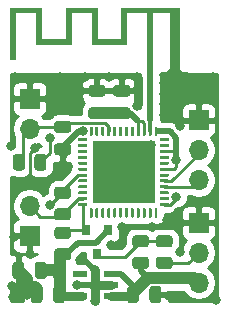
<source format=gbr>
%TF.GenerationSoftware,KiCad,Pcbnew,(5.1.10-1-10_14)*%
%TF.CreationDate,2021-11-01T10:51:15+01:00*%
%TF.ProjectId,esp32-wled-pcb,65737033-322d-4776-9c65-642d7063622e,rev?*%
%TF.SameCoordinates,Original*%
%TF.FileFunction,Copper,L1,Top*%
%TF.FilePolarity,Positive*%
%FSLAX46Y46*%
G04 Gerber Fmt 4.6, Leading zero omitted, Abs format (unit mm)*
G04 Created by KiCad (PCBNEW (5.1.10-1-10_14)) date 2021-11-01 10:51:15*
%MOMM*%
%LPD*%
G01*
G04 APERTURE LIST*
%TA.AperFunction,EtchedComponent*%
%ADD10C,0.100000*%
%TD*%
%TA.AperFunction,ComponentPad*%
%ADD11O,1.700000X1.700000*%
%TD*%
%TA.AperFunction,ComponentPad*%
%ADD12R,1.700000X1.700000*%
%TD*%
%TA.AperFunction,ConnectorPad*%
%ADD13R,0.500000X0.500000*%
%TD*%
%TA.AperFunction,ComponentPad*%
%ADD14R,0.900000X0.500000*%
%TD*%
%TA.AperFunction,SMDPad,CuDef*%
%ADD15R,5.300000X5.300000*%
%TD*%
%TA.AperFunction,SMDPad,CuDef*%
%ADD16R,1.200000X0.600000*%
%TD*%
%TA.AperFunction,SMDPad,CuDef*%
%ADD17R,0.800000X0.900000*%
%TD*%
%TA.AperFunction,ViaPad*%
%ADD18C,0.800000*%
%TD*%
%TA.AperFunction,Conductor*%
%ADD19C,0.500000*%
%TD*%
%TA.AperFunction,Conductor*%
%ADD20C,0.375000*%
%TD*%
%TA.AperFunction,Conductor*%
%ADD21C,0.750000*%
%TD*%
%TA.AperFunction,Conductor*%
%ADD22C,1.000000*%
%TD*%
%TA.AperFunction,Conductor*%
%ADD23C,0.250000*%
%TD*%
%TA.AperFunction,Conductor*%
%ADD24C,0.254000*%
%TD*%
%TA.AperFunction,Conductor*%
%ADD25C,0.100000*%
%TD*%
G04 APERTURE END LIST*
D10*
%TO.C,AE1*%
G36*
X114550000Y-48240000D02*
G01*
X112550000Y-48240000D01*
X112550000Y-45600000D01*
X109850000Y-45600000D01*
X109850000Y-48240000D01*
X107850000Y-48240000D01*
X107850000Y-45600000D01*
X105150000Y-45600000D01*
X105150000Y-50040000D01*
X105650000Y-50040000D01*
X105650000Y-46100000D01*
X107350000Y-46100000D01*
X107350000Y-48740000D01*
X110350000Y-48740000D01*
X110350000Y-46100000D01*
X112050000Y-46100000D01*
X112050000Y-48740000D01*
X115050000Y-48740000D01*
X115050000Y-46100000D01*
X116750000Y-46100000D01*
X116750000Y-51000000D01*
X117250000Y-51000000D01*
X117250000Y-46100000D01*
X118650000Y-46100000D01*
X118650000Y-51000000D01*
X119550000Y-51000000D01*
X119550000Y-50756785D01*
X119247583Y-50756785D01*
X119237742Y-50804395D01*
X119213674Y-50846797D01*
X119175731Y-50879581D01*
X119167819Y-50883935D01*
X119125156Y-50896043D01*
X119076637Y-50895300D01*
X119031122Y-50882400D01*
X119012511Y-50871787D01*
X118978868Y-50836553D01*
X118958309Y-50791368D01*
X118951778Y-50741842D01*
X118960218Y-50693583D01*
X118977112Y-50661357D01*
X119012372Y-50628687D01*
X119057682Y-50608592D01*
X119107267Y-50602018D01*
X119155353Y-50609908D01*
X119188245Y-50626814D01*
X119223185Y-50663584D01*
X119242847Y-50708378D01*
X119247583Y-50756785D01*
X119550000Y-50756785D01*
X119550000Y-45600000D01*
X114550000Y-45600000D01*
X114550000Y-48240000D01*
G37*
%TD*%
%TO.P,R1,2*%
%TO.N,/RST*%
%TA.AperFunction,SMDPad,CuDef*%
G36*
G01*
X106400000Y-58249998D02*
X106400000Y-59150002D01*
G75*
G02*
X106150002Y-59400000I-249998J0D01*
G01*
X105624998Y-59400000D01*
G75*
G02*
X105375000Y-59150002I0J249998D01*
G01*
X105375000Y-58249998D01*
G75*
G02*
X105624998Y-58000000I249998J0D01*
G01*
X106150002Y-58000000D01*
G75*
G02*
X106400000Y-58249998I0J-249998D01*
G01*
G37*
%TD.AperFunction*%
%TO.P,R1,1*%
%TO.N,+3V3*%
%TA.AperFunction,SMDPad,CuDef*%
G36*
G01*
X108225000Y-58249998D02*
X108225000Y-59150002D01*
G75*
G02*
X107975002Y-59400000I-249998J0D01*
G01*
X107449998Y-59400000D01*
G75*
G02*
X107200000Y-59150002I0J249998D01*
G01*
X107200000Y-58249998D01*
G75*
G02*
X107449998Y-58000000I249998J0D01*
G01*
X107975002Y-58000000D01*
G75*
G02*
X108225000Y-58249998I0J-249998D01*
G01*
G37*
%TD.AperFunction*%
%TD*%
%TO.P,R5,2*%
%TO.N,/BOOT*%
%TA.AperFunction,SMDPad,CuDef*%
G36*
G01*
X109149998Y-62587500D02*
X110050002Y-62587500D01*
G75*
G02*
X110300000Y-62837498I0J-249998D01*
G01*
X110300000Y-63362502D01*
G75*
G02*
X110050002Y-63612500I-249998J0D01*
G01*
X109149998Y-63612500D01*
G75*
G02*
X108900000Y-63362502I0J249998D01*
G01*
X108900000Y-62837498D01*
G75*
G02*
X109149998Y-62587500I249998J0D01*
G01*
G37*
%TD.AperFunction*%
%TO.P,R5,1*%
%TO.N,+3V3*%
%TA.AperFunction,SMDPad,CuDef*%
G36*
G01*
X109149998Y-60762500D02*
X110050002Y-60762500D01*
G75*
G02*
X110300000Y-61012498I0J-249998D01*
G01*
X110300000Y-61537502D01*
G75*
G02*
X110050002Y-61787500I-249998J0D01*
G01*
X109149998Y-61787500D01*
G75*
G02*
X108900000Y-61537502I0J249998D01*
G01*
X108900000Y-61012498D01*
G75*
G02*
X109149998Y-60762500I249998J0D01*
G01*
G37*
%TD.AperFunction*%
%TD*%
D11*
%TO.P,J4,2*%
%TO.N,/BOOT*%
X106800000Y-62400000D03*
D12*
%TO.P,J4,1*%
%TO.N,GND*%
X106800000Y-64940000D03*
%TD*%
D11*
%TO.P,J3,2*%
%TO.N,/RST*%
X106800000Y-55840000D03*
D12*
%TO.P,J3,1*%
%TO.N,GND*%
X106800000Y-53300000D03*
%TD*%
D11*
%TO.P,J2,3*%
%TO.N,+5V*%
X121100000Y-68880000D03*
%TO.P,J2,2*%
%TO.N,/LED_DATA*%
X121100000Y-66340000D03*
D12*
%TO.P,J2,1*%
%TO.N,GND*%
X121100000Y-63800000D03*
%TD*%
D11*
%TO.P,J1,3*%
%TO.N,/ESP32_RXD*%
X121100000Y-60200000D03*
%TO.P,J1,2*%
%TO.N,/ESP32_TXD*%
X121100000Y-57660000D03*
D12*
%TO.P,J1,1*%
%TO.N,GND*%
X121100000Y-55120000D03*
%TD*%
%TO.P,R4,2*%
%TO.N,Net-(Q1-Pad3)*%
%TA.AperFunction,SMDPad,CuDef*%
G36*
G01*
X118650001Y-65900000D02*
X117749999Y-65900000D01*
G75*
G02*
X117500000Y-65650001I0J249999D01*
G01*
X117500000Y-65124999D01*
G75*
G02*
X117749999Y-64875000I249999J0D01*
G01*
X118650001Y-64875000D01*
G75*
G02*
X118900000Y-65124999I0J-249999D01*
G01*
X118900000Y-65650001D01*
G75*
G02*
X118650001Y-65900000I-249999J0D01*
G01*
G37*
%TD.AperFunction*%
%TO.P,R4,1*%
%TO.N,/LED_DATA*%
%TA.AperFunction,SMDPad,CuDef*%
G36*
G01*
X118650001Y-67725000D02*
X117749999Y-67725000D01*
G75*
G02*
X117500000Y-67475001I0J249999D01*
G01*
X117500000Y-66949999D01*
G75*
G02*
X117749999Y-66700000I249999J0D01*
G01*
X118650001Y-66700000D01*
G75*
G02*
X118900000Y-66949999I0J-249999D01*
G01*
X118900000Y-67475001D01*
G75*
G02*
X118650001Y-67725000I-249999J0D01*
G01*
G37*
%TD.AperFunction*%
%TD*%
D13*
%TO.P,AE1,1*%
%TO.N,Net-(AE1-Pad1)*%
X117000000Y-50750000D03*
D14*
%TO.P,AE1,2*%
%TO.N,GND*%
X119100000Y-50750000D03*
%TD*%
D15*
%TO.P,U2,49*%
%TO.N,GND*%
X114750000Y-59530000D03*
%TO.P,U2,48*%
%TO.N,N/C*%
%TA.AperFunction,SMDPad,CuDef*%
G36*
G01*
X117862500Y-56655000D02*
X118537500Y-56655000D01*
G75*
G02*
X118600000Y-56717500I0J-62500D01*
G01*
X118600000Y-56842500D01*
G75*
G02*
X118537500Y-56905000I-62500J0D01*
G01*
X117862500Y-56905000D01*
G75*
G02*
X117800000Y-56842500I0J62500D01*
G01*
X117800000Y-56717500D01*
G75*
G02*
X117862500Y-56655000I62500J0D01*
G01*
G37*
%TD.AperFunction*%
%TO.P,U2,47*%
%TA.AperFunction,SMDPad,CuDef*%
G36*
G01*
X117862500Y-57155000D02*
X118537500Y-57155000D01*
G75*
G02*
X118600000Y-57217500I0J-62500D01*
G01*
X118600000Y-57342500D01*
G75*
G02*
X118537500Y-57405000I-62500J0D01*
G01*
X117862500Y-57405000D01*
G75*
G02*
X117800000Y-57342500I0J62500D01*
G01*
X117800000Y-57217500D01*
G75*
G02*
X117862500Y-57155000I62500J0D01*
G01*
G37*
%TD.AperFunction*%
%TO.P,U2,46*%
%TO.N,+3V3*%
%TA.AperFunction,SMDPad,CuDef*%
G36*
G01*
X117862500Y-57655000D02*
X118537500Y-57655000D01*
G75*
G02*
X118600000Y-57717500I0J-62500D01*
G01*
X118600000Y-57842500D01*
G75*
G02*
X118537500Y-57905000I-62500J0D01*
G01*
X117862500Y-57905000D01*
G75*
G02*
X117800000Y-57842500I0J62500D01*
G01*
X117800000Y-57717500D01*
G75*
G02*
X117862500Y-57655000I62500J0D01*
G01*
G37*
%TD.AperFunction*%
%TO.P,U2,45*%
%TO.N,N/C*%
%TA.AperFunction,SMDPad,CuDef*%
G36*
G01*
X117862500Y-58155000D02*
X118537500Y-58155000D01*
G75*
G02*
X118600000Y-58217500I0J-62500D01*
G01*
X118600000Y-58342500D01*
G75*
G02*
X118537500Y-58405000I-62500J0D01*
G01*
X117862500Y-58405000D01*
G75*
G02*
X117800000Y-58342500I0J62500D01*
G01*
X117800000Y-58217500D01*
G75*
G02*
X117862500Y-58155000I62500J0D01*
G01*
G37*
%TD.AperFunction*%
%TO.P,U2,44*%
%TA.AperFunction,SMDPad,CuDef*%
G36*
G01*
X117862500Y-58655000D02*
X118537500Y-58655000D01*
G75*
G02*
X118600000Y-58717500I0J-62500D01*
G01*
X118600000Y-58842500D01*
G75*
G02*
X118537500Y-58905000I-62500J0D01*
G01*
X117862500Y-58905000D01*
G75*
G02*
X117800000Y-58842500I0J62500D01*
G01*
X117800000Y-58717500D01*
G75*
G02*
X117862500Y-58655000I62500J0D01*
G01*
G37*
%TD.AperFunction*%
%TO.P,U2,43*%
%TO.N,+3V3*%
%TA.AperFunction,SMDPad,CuDef*%
G36*
G01*
X117862500Y-59155000D02*
X118537500Y-59155000D01*
G75*
G02*
X118600000Y-59217500I0J-62500D01*
G01*
X118600000Y-59342500D01*
G75*
G02*
X118537500Y-59405000I-62500J0D01*
G01*
X117862500Y-59405000D01*
G75*
G02*
X117800000Y-59342500I0J62500D01*
G01*
X117800000Y-59217500D01*
G75*
G02*
X117862500Y-59155000I62500J0D01*
G01*
G37*
%TD.AperFunction*%
%TO.P,U2,42*%
%TO.N,N/C*%
%TA.AperFunction,SMDPad,CuDef*%
G36*
G01*
X117862500Y-59655000D02*
X118537500Y-59655000D01*
G75*
G02*
X118600000Y-59717500I0J-62500D01*
G01*
X118600000Y-59842500D01*
G75*
G02*
X118537500Y-59905000I-62500J0D01*
G01*
X117862500Y-59905000D01*
G75*
G02*
X117800000Y-59842500I0J62500D01*
G01*
X117800000Y-59717500D01*
G75*
G02*
X117862500Y-59655000I62500J0D01*
G01*
G37*
%TD.AperFunction*%
%TO.P,U2,41*%
%TO.N,/ESP32_TXD*%
%TA.AperFunction,SMDPad,CuDef*%
G36*
G01*
X117862500Y-60155000D02*
X118537500Y-60155000D01*
G75*
G02*
X118600000Y-60217500I0J-62500D01*
G01*
X118600000Y-60342500D01*
G75*
G02*
X118537500Y-60405000I-62500J0D01*
G01*
X117862500Y-60405000D01*
G75*
G02*
X117800000Y-60342500I0J62500D01*
G01*
X117800000Y-60217500D01*
G75*
G02*
X117862500Y-60155000I62500J0D01*
G01*
G37*
%TD.AperFunction*%
%TO.P,U2,40*%
%TO.N,/ESP32_RXD*%
%TA.AperFunction,SMDPad,CuDef*%
G36*
G01*
X117862500Y-60655000D02*
X118537500Y-60655000D01*
G75*
G02*
X118600000Y-60717500I0J-62500D01*
G01*
X118600000Y-60842500D01*
G75*
G02*
X118537500Y-60905000I-62500J0D01*
G01*
X117862500Y-60905000D01*
G75*
G02*
X117800000Y-60842500I0J62500D01*
G01*
X117800000Y-60717500D01*
G75*
G02*
X117862500Y-60655000I62500J0D01*
G01*
G37*
%TD.AperFunction*%
%TO.P,U2,39*%
%TO.N,N/C*%
%TA.AperFunction,SMDPad,CuDef*%
G36*
G01*
X117862500Y-61155000D02*
X118537500Y-61155000D01*
G75*
G02*
X118600000Y-61217500I0J-62500D01*
G01*
X118600000Y-61342500D01*
G75*
G02*
X118537500Y-61405000I-62500J0D01*
G01*
X117862500Y-61405000D01*
G75*
G02*
X117800000Y-61342500I0J62500D01*
G01*
X117800000Y-61217500D01*
G75*
G02*
X117862500Y-61155000I62500J0D01*
G01*
G37*
%TD.AperFunction*%
%TO.P,U2,38*%
%TA.AperFunction,SMDPad,CuDef*%
G36*
G01*
X117862500Y-61655000D02*
X118537500Y-61655000D01*
G75*
G02*
X118600000Y-61717500I0J-62500D01*
G01*
X118600000Y-61842500D01*
G75*
G02*
X118537500Y-61905000I-62500J0D01*
G01*
X117862500Y-61905000D01*
G75*
G02*
X117800000Y-61842500I0J62500D01*
G01*
X117800000Y-61717500D01*
G75*
G02*
X117862500Y-61655000I62500J0D01*
G01*
G37*
%TD.AperFunction*%
%TO.P,U2,37*%
%TO.N,+3V3*%
%TA.AperFunction,SMDPad,CuDef*%
G36*
G01*
X117862500Y-62155000D02*
X118537500Y-62155000D01*
G75*
G02*
X118600000Y-62217500I0J-62500D01*
G01*
X118600000Y-62342500D01*
G75*
G02*
X118537500Y-62405000I-62500J0D01*
G01*
X117862500Y-62405000D01*
G75*
G02*
X117800000Y-62342500I0J62500D01*
G01*
X117800000Y-62217500D01*
G75*
G02*
X117862500Y-62155000I62500J0D01*
G01*
G37*
%TD.AperFunction*%
%TO.P,U2,36*%
%TO.N,N/C*%
%TA.AperFunction,SMDPad,CuDef*%
G36*
G01*
X117437500Y-62580000D02*
X117562500Y-62580000D01*
G75*
G02*
X117625000Y-62642500I0J-62500D01*
G01*
X117625000Y-63317500D01*
G75*
G02*
X117562500Y-63380000I-62500J0D01*
G01*
X117437500Y-63380000D01*
G75*
G02*
X117375000Y-63317500I0J62500D01*
G01*
X117375000Y-62642500D01*
G75*
G02*
X117437500Y-62580000I62500J0D01*
G01*
G37*
%TD.AperFunction*%
%TO.P,U2,35*%
%TA.AperFunction,SMDPad,CuDef*%
G36*
G01*
X116937500Y-62580000D02*
X117062500Y-62580000D01*
G75*
G02*
X117125000Y-62642500I0J-62500D01*
G01*
X117125000Y-63317500D01*
G75*
G02*
X117062500Y-63380000I-62500J0D01*
G01*
X116937500Y-63380000D01*
G75*
G02*
X116875000Y-63317500I0J62500D01*
G01*
X116875000Y-62642500D01*
G75*
G02*
X116937500Y-62580000I62500J0D01*
G01*
G37*
%TD.AperFunction*%
%TO.P,U2,34*%
%TA.AperFunction,SMDPad,CuDef*%
G36*
G01*
X116437500Y-62580000D02*
X116562500Y-62580000D01*
G75*
G02*
X116625000Y-62642500I0J-62500D01*
G01*
X116625000Y-63317500D01*
G75*
G02*
X116562500Y-63380000I-62500J0D01*
G01*
X116437500Y-63380000D01*
G75*
G02*
X116375000Y-63317500I0J62500D01*
G01*
X116375000Y-62642500D01*
G75*
G02*
X116437500Y-62580000I62500J0D01*
G01*
G37*
%TD.AperFunction*%
%TO.P,U2,33*%
%TA.AperFunction,SMDPad,CuDef*%
G36*
G01*
X115937500Y-62580000D02*
X116062500Y-62580000D01*
G75*
G02*
X116125000Y-62642500I0J-62500D01*
G01*
X116125000Y-63317500D01*
G75*
G02*
X116062500Y-63380000I-62500J0D01*
G01*
X115937500Y-63380000D01*
G75*
G02*
X115875000Y-63317500I0J62500D01*
G01*
X115875000Y-62642500D01*
G75*
G02*
X115937500Y-62580000I62500J0D01*
G01*
G37*
%TD.AperFunction*%
%TO.P,U2,32*%
%TA.AperFunction,SMDPad,CuDef*%
G36*
G01*
X115437500Y-62580000D02*
X115562500Y-62580000D01*
G75*
G02*
X115625000Y-62642500I0J-62500D01*
G01*
X115625000Y-63317500D01*
G75*
G02*
X115562500Y-63380000I-62500J0D01*
G01*
X115437500Y-63380000D01*
G75*
G02*
X115375000Y-63317500I0J62500D01*
G01*
X115375000Y-62642500D01*
G75*
G02*
X115437500Y-62580000I62500J0D01*
G01*
G37*
%TD.AperFunction*%
%TO.P,U2,31*%
%TA.AperFunction,SMDPad,CuDef*%
G36*
G01*
X114937500Y-62580000D02*
X115062500Y-62580000D01*
G75*
G02*
X115125000Y-62642500I0J-62500D01*
G01*
X115125000Y-63317500D01*
G75*
G02*
X115062500Y-63380000I-62500J0D01*
G01*
X114937500Y-63380000D01*
G75*
G02*
X114875000Y-63317500I0J62500D01*
G01*
X114875000Y-62642500D01*
G75*
G02*
X114937500Y-62580000I62500J0D01*
G01*
G37*
%TD.AperFunction*%
%TO.P,U2,30*%
%TA.AperFunction,SMDPad,CuDef*%
G36*
G01*
X114437500Y-62580000D02*
X114562500Y-62580000D01*
G75*
G02*
X114625000Y-62642500I0J-62500D01*
G01*
X114625000Y-63317500D01*
G75*
G02*
X114562500Y-63380000I-62500J0D01*
G01*
X114437500Y-63380000D01*
G75*
G02*
X114375000Y-63317500I0J62500D01*
G01*
X114375000Y-62642500D01*
G75*
G02*
X114437500Y-62580000I62500J0D01*
G01*
G37*
%TD.AperFunction*%
%TO.P,U2,29*%
%TA.AperFunction,SMDPad,CuDef*%
G36*
G01*
X113937500Y-62580000D02*
X114062500Y-62580000D01*
G75*
G02*
X114125000Y-62642500I0J-62500D01*
G01*
X114125000Y-63317500D01*
G75*
G02*
X114062500Y-63380000I-62500J0D01*
G01*
X113937500Y-63380000D01*
G75*
G02*
X113875000Y-63317500I0J62500D01*
G01*
X113875000Y-62642500D01*
G75*
G02*
X113937500Y-62580000I62500J0D01*
G01*
G37*
%TD.AperFunction*%
%TO.P,U2,28*%
%TA.AperFunction,SMDPad,CuDef*%
G36*
G01*
X113437500Y-62580000D02*
X113562500Y-62580000D01*
G75*
G02*
X113625000Y-62642500I0J-62500D01*
G01*
X113625000Y-63317500D01*
G75*
G02*
X113562500Y-63380000I-62500J0D01*
G01*
X113437500Y-63380000D01*
G75*
G02*
X113375000Y-63317500I0J62500D01*
G01*
X113375000Y-62642500D01*
G75*
G02*
X113437500Y-62580000I62500J0D01*
G01*
G37*
%TD.AperFunction*%
%TO.P,U2,27*%
%TA.AperFunction,SMDPad,CuDef*%
G36*
G01*
X112937500Y-62580000D02*
X113062500Y-62580000D01*
G75*
G02*
X113125000Y-62642500I0J-62500D01*
G01*
X113125000Y-63317500D01*
G75*
G02*
X113062500Y-63380000I-62500J0D01*
G01*
X112937500Y-63380000D01*
G75*
G02*
X112875000Y-63317500I0J62500D01*
G01*
X112875000Y-62642500D01*
G75*
G02*
X112937500Y-62580000I62500J0D01*
G01*
G37*
%TD.AperFunction*%
%TO.P,U2,26*%
%TA.AperFunction,SMDPad,CuDef*%
G36*
G01*
X112437500Y-62580000D02*
X112562500Y-62580000D01*
G75*
G02*
X112625000Y-62642500I0J-62500D01*
G01*
X112625000Y-63317500D01*
G75*
G02*
X112562500Y-63380000I-62500J0D01*
G01*
X112437500Y-63380000D01*
G75*
G02*
X112375000Y-63317500I0J62500D01*
G01*
X112375000Y-62642500D01*
G75*
G02*
X112437500Y-62580000I62500J0D01*
G01*
G37*
%TD.AperFunction*%
%TO.P,U2,25*%
%TA.AperFunction,SMDPad,CuDef*%
G36*
G01*
X111937500Y-62580000D02*
X112062500Y-62580000D01*
G75*
G02*
X112125000Y-62642500I0J-62500D01*
G01*
X112125000Y-63317500D01*
G75*
G02*
X112062500Y-63380000I-62500J0D01*
G01*
X111937500Y-63380000D01*
G75*
G02*
X111875000Y-63317500I0J62500D01*
G01*
X111875000Y-62642500D01*
G75*
G02*
X111937500Y-62580000I62500J0D01*
G01*
G37*
%TD.AperFunction*%
%TO.P,U2,24*%
%TO.N,Net-(Q1-Pad2)*%
%TA.AperFunction,SMDPad,CuDef*%
G36*
G01*
X110962500Y-62155000D02*
X111637500Y-62155000D01*
G75*
G02*
X111700000Y-62217500I0J-62500D01*
G01*
X111700000Y-62342500D01*
G75*
G02*
X111637500Y-62405000I-62500J0D01*
G01*
X110962500Y-62405000D01*
G75*
G02*
X110900000Y-62342500I0J62500D01*
G01*
X110900000Y-62217500D01*
G75*
G02*
X110962500Y-62155000I62500J0D01*
G01*
G37*
%TD.AperFunction*%
%TO.P,U2,23*%
%TO.N,/BOOT*%
%TA.AperFunction,SMDPad,CuDef*%
G36*
G01*
X110962500Y-61655000D02*
X111637500Y-61655000D01*
G75*
G02*
X111700000Y-61717500I0J-62500D01*
G01*
X111700000Y-61842500D01*
G75*
G02*
X111637500Y-61905000I-62500J0D01*
G01*
X110962500Y-61905000D01*
G75*
G02*
X110900000Y-61842500I0J62500D01*
G01*
X110900000Y-61717500D01*
G75*
G02*
X110962500Y-61655000I62500J0D01*
G01*
G37*
%TD.AperFunction*%
%TO.P,U2,22*%
%TO.N,N/C*%
%TA.AperFunction,SMDPad,CuDef*%
G36*
G01*
X110962500Y-61155000D02*
X111637500Y-61155000D01*
G75*
G02*
X111700000Y-61217500I0J-62500D01*
G01*
X111700000Y-61342500D01*
G75*
G02*
X111637500Y-61405000I-62500J0D01*
G01*
X110962500Y-61405000D01*
G75*
G02*
X110900000Y-61342500I0J62500D01*
G01*
X110900000Y-61217500D01*
G75*
G02*
X110962500Y-61155000I62500J0D01*
G01*
G37*
%TD.AperFunction*%
%TO.P,U2,21*%
%TA.AperFunction,SMDPad,CuDef*%
G36*
G01*
X110962500Y-60655000D02*
X111637500Y-60655000D01*
G75*
G02*
X111700000Y-60717500I0J-62500D01*
G01*
X111700000Y-60842500D01*
G75*
G02*
X111637500Y-60905000I-62500J0D01*
G01*
X110962500Y-60905000D01*
G75*
G02*
X110900000Y-60842500I0J62500D01*
G01*
X110900000Y-60717500D01*
G75*
G02*
X110962500Y-60655000I62500J0D01*
G01*
G37*
%TD.AperFunction*%
%TO.P,U2,20*%
%TA.AperFunction,SMDPad,CuDef*%
G36*
G01*
X110962500Y-60155000D02*
X111637500Y-60155000D01*
G75*
G02*
X111700000Y-60217500I0J-62500D01*
G01*
X111700000Y-60342500D01*
G75*
G02*
X111637500Y-60405000I-62500J0D01*
G01*
X110962500Y-60405000D01*
G75*
G02*
X110900000Y-60342500I0J62500D01*
G01*
X110900000Y-60217500D01*
G75*
G02*
X110962500Y-60155000I62500J0D01*
G01*
G37*
%TD.AperFunction*%
%TO.P,U2,19*%
%TO.N,+3V3*%
%TA.AperFunction,SMDPad,CuDef*%
G36*
G01*
X110962500Y-59655000D02*
X111637500Y-59655000D01*
G75*
G02*
X111700000Y-59717500I0J-62500D01*
G01*
X111700000Y-59842500D01*
G75*
G02*
X111637500Y-59905000I-62500J0D01*
G01*
X110962500Y-59905000D01*
G75*
G02*
X110900000Y-59842500I0J62500D01*
G01*
X110900000Y-59717500D01*
G75*
G02*
X110962500Y-59655000I62500J0D01*
G01*
G37*
%TD.AperFunction*%
%TO.P,U2,18*%
%TO.N,N/C*%
%TA.AperFunction,SMDPad,CuDef*%
G36*
G01*
X110962500Y-59155000D02*
X111637500Y-59155000D01*
G75*
G02*
X111700000Y-59217500I0J-62500D01*
G01*
X111700000Y-59342500D01*
G75*
G02*
X111637500Y-59405000I-62500J0D01*
G01*
X110962500Y-59405000D01*
G75*
G02*
X110900000Y-59342500I0J62500D01*
G01*
X110900000Y-59217500D01*
G75*
G02*
X110962500Y-59155000I62500J0D01*
G01*
G37*
%TD.AperFunction*%
%TO.P,U2,17*%
%TA.AperFunction,SMDPad,CuDef*%
G36*
G01*
X110962500Y-58655000D02*
X111637500Y-58655000D01*
G75*
G02*
X111700000Y-58717500I0J-62500D01*
G01*
X111700000Y-58842500D01*
G75*
G02*
X111637500Y-58905000I-62500J0D01*
G01*
X110962500Y-58905000D01*
G75*
G02*
X110900000Y-58842500I0J62500D01*
G01*
X110900000Y-58717500D01*
G75*
G02*
X110962500Y-58655000I62500J0D01*
G01*
G37*
%TD.AperFunction*%
%TO.P,U2,16*%
%TA.AperFunction,SMDPad,CuDef*%
G36*
G01*
X110962500Y-58155000D02*
X111637500Y-58155000D01*
G75*
G02*
X111700000Y-58217500I0J-62500D01*
G01*
X111700000Y-58342500D01*
G75*
G02*
X111637500Y-58405000I-62500J0D01*
G01*
X110962500Y-58405000D01*
G75*
G02*
X110900000Y-58342500I0J62500D01*
G01*
X110900000Y-58217500D01*
G75*
G02*
X110962500Y-58155000I62500J0D01*
G01*
G37*
%TD.AperFunction*%
%TO.P,U2,15*%
%TA.AperFunction,SMDPad,CuDef*%
G36*
G01*
X110962500Y-57655000D02*
X111637500Y-57655000D01*
G75*
G02*
X111700000Y-57717500I0J-62500D01*
G01*
X111700000Y-57842500D01*
G75*
G02*
X111637500Y-57905000I-62500J0D01*
G01*
X110962500Y-57905000D01*
G75*
G02*
X110900000Y-57842500I0J62500D01*
G01*
X110900000Y-57717500D01*
G75*
G02*
X110962500Y-57655000I62500J0D01*
G01*
G37*
%TD.AperFunction*%
%TO.P,U2,14*%
%TA.AperFunction,SMDPad,CuDef*%
G36*
G01*
X110962500Y-57155000D02*
X111637500Y-57155000D01*
G75*
G02*
X111700000Y-57217500I0J-62500D01*
G01*
X111700000Y-57342500D01*
G75*
G02*
X111637500Y-57405000I-62500J0D01*
G01*
X110962500Y-57405000D01*
G75*
G02*
X110900000Y-57342500I0J62500D01*
G01*
X110900000Y-57217500D01*
G75*
G02*
X110962500Y-57155000I62500J0D01*
G01*
G37*
%TD.AperFunction*%
%TO.P,U2,13*%
%TA.AperFunction,SMDPad,CuDef*%
G36*
G01*
X110962500Y-56655000D02*
X111637500Y-56655000D01*
G75*
G02*
X111700000Y-56717500I0J-62500D01*
G01*
X111700000Y-56842500D01*
G75*
G02*
X111637500Y-56905000I-62500J0D01*
G01*
X110962500Y-56905000D01*
G75*
G02*
X110900000Y-56842500I0J62500D01*
G01*
X110900000Y-56717500D01*
G75*
G02*
X110962500Y-56655000I62500J0D01*
G01*
G37*
%TD.AperFunction*%
%TO.P,U2,12*%
%TA.AperFunction,SMDPad,CuDef*%
G36*
G01*
X111937500Y-55680000D02*
X112062500Y-55680000D01*
G75*
G02*
X112125000Y-55742500I0J-62500D01*
G01*
X112125000Y-56417500D01*
G75*
G02*
X112062500Y-56480000I-62500J0D01*
G01*
X111937500Y-56480000D01*
G75*
G02*
X111875000Y-56417500I0J62500D01*
G01*
X111875000Y-55742500D01*
G75*
G02*
X111937500Y-55680000I62500J0D01*
G01*
G37*
%TD.AperFunction*%
%TO.P,U2,11*%
%TA.AperFunction,SMDPad,CuDef*%
G36*
G01*
X112437500Y-55680000D02*
X112562500Y-55680000D01*
G75*
G02*
X112625000Y-55742500I0J-62500D01*
G01*
X112625000Y-56417500D01*
G75*
G02*
X112562500Y-56480000I-62500J0D01*
G01*
X112437500Y-56480000D01*
G75*
G02*
X112375000Y-56417500I0J62500D01*
G01*
X112375000Y-55742500D01*
G75*
G02*
X112437500Y-55680000I62500J0D01*
G01*
G37*
%TD.AperFunction*%
%TO.P,U2,10*%
%TA.AperFunction,SMDPad,CuDef*%
G36*
G01*
X112937500Y-55680000D02*
X113062500Y-55680000D01*
G75*
G02*
X113125000Y-55742500I0J-62500D01*
G01*
X113125000Y-56417500D01*
G75*
G02*
X113062500Y-56480000I-62500J0D01*
G01*
X112937500Y-56480000D01*
G75*
G02*
X112875000Y-56417500I0J62500D01*
G01*
X112875000Y-55742500D01*
G75*
G02*
X112937500Y-55680000I62500J0D01*
G01*
G37*
%TD.AperFunction*%
%TO.P,U2,9*%
%TO.N,/RST*%
%TA.AperFunction,SMDPad,CuDef*%
G36*
G01*
X113437500Y-55680000D02*
X113562500Y-55680000D01*
G75*
G02*
X113625000Y-55742500I0J-62500D01*
G01*
X113625000Y-56417500D01*
G75*
G02*
X113562500Y-56480000I-62500J0D01*
G01*
X113437500Y-56480000D01*
G75*
G02*
X113375000Y-56417500I0J62500D01*
G01*
X113375000Y-55742500D01*
G75*
G02*
X113437500Y-55680000I62500J0D01*
G01*
G37*
%TD.AperFunction*%
%TO.P,U2,8*%
%TO.N,N/C*%
%TA.AperFunction,SMDPad,CuDef*%
G36*
G01*
X113937500Y-55680000D02*
X114062500Y-55680000D01*
G75*
G02*
X114125000Y-55742500I0J-62500D01*
G01*
X114125000Y-56417500D01*
G75*
G02*
X114062500Y-56480000I-62500J0D01*
G01*
X113937500Y-56480000D01*
G75*
G02*
X113875000Y-56417500I0J62500D01*
G01*
X113875000Y-55742500D01*
G75*
G02*
X113937500Y-55680000I62500J0D01*
G01*
G37*
%TD.AperFunction*%
%TO.P,U2,7*%
%TA.AperFunction,SMDPad,CuDef*%
G36*
G01*
X114437500Y-55680000D02*
X114562500Y-55680000D01*
G75*
G02*
X114625000Y-55742500I0J-62500D01*
G01*
X114625000Y-56417500D01*
G75*
G02*
X114562500Y-56480000I-62500J0D01*
G01*
X114437500Y-56480000D01*
G75*
G02*
X114375000Y-56417500I0J62500D01*
G01*
X114375000Y-55742500D01*
G75*
G02*
X114437500Y-55680000I62500J0D01*
G01*
G37*
%TD.AperFunction*%
%TO.P,U2,6*%
%TA.AperFunction,SMDPad,CuDef*%
G36*
G01*
X114937500Y-55680000D02*
X115062500Y-55680000D01*
G75*
G02*
X115125000Y-55742500I0J-62500D01*
G01*
X115125000Y-56417500D01*
G75*
G02*
X115062500Y-56480000I-62500J0D01*
G01*
X114937500Y-56480000D01*
G75*
G02*
X114875000Y-56417500I0J62500D01*
G01*
X114875000Y-55742500D01*
G75*
G02*
X114937500Y-55680000I62500J0D01*
G01*
G37*
%TD.AperFunction*%
%TO.P,U2,5*%
%TA.AperFunction,SMDPad,CuDef*%
G36*
G01*
X115437500Y-55680000D02*
X115562500Y-55680000D01*
G75*
G02*
X115625000Y-55742500I0J-62500D01*
G01*
X115625000Y-56417500D01*
G75*
G02*
X115562500Y-56480000I-62500J0D01*
G01*
X115437500Y-56480000D01*
G75*
G02*
X115375000Y-56417500I0J62500D01*
G01*
X115375000Y-55742500D01*
G75*
G02*
X115437500Y-55680000I62500J0D01*
G01*
G37*
%TD.AperFunction*%
%TO.P,U2,4*%
%TO.N,+3V3*%
%TA.AperFunction,SMDPad,CuDef*%
G36*
G01*
X115937500Y-55680000D02*
X116062500Y-55680000D01*
G75*
G02*
X116125000Y-55742500I0J-62500D01*
G01*
X116125000Y-56417500D01*
G75*
G02*
X116062500Y-56480000I-62500J0D01*
G01*
X115937500Y-56480000D01*
G75*
G02*
X115875000Y-56417500I0J62500D01*
G01*
X115875000Y-55742500D01*
G75*
G02*
X115937500Y-55680000I62500J0D01*
G01*
G37*
%TD.AperFunction*%
%TO.P,U2,3*%
%TA.AperFunction,SMDPad,CuDef*%
G36*
G01*
X116437500Y-55680000D02*
X116562500Y-55680000D01*
G75*
G02*
X116625000Y-55742500I0J-62500D01*
G01*
X116625000Y-56417500D01*
G75*
G02*
X116562500Y-56480000I-62500J0D01*
G01*
X116437500Y-56480000D01*
G75*
G02*
X116375000Y-56417500I0J62500D01*
G01*
X116375000Y-55742500D01*
G75*
G02*
X116437500Y-55680000I62500J0D01*
G01*
G37*
%TD.AperFunction*%
%TO.P,U2,2*%
%TO.N,Net-(AE1-Pad1)*%
%TA.AperFunction,SMDPad,CuDef*%
G36*
G01*
X116937500Y-55680000D02*
X117062500Y-55680000D01*
G75*
G02*
X117125000Y-55742500I0J-62500D01*
G01*
X117125000Y-56417500D01*
G75*
G02*
X117062500Y-56480000I-62500J0D01*
G01*
X116937500Y-56480000D01*
G75*
G02*
X116875000Y-56417500I0J62500D01*
G01*
X116875000Y-55742500D01*
G75*
G02*
X116937500Y-55680000I62500J0D01*
G01*
G37*
%TD.AperFunction*%
%TO.P,U2,1*%
%TO.N,+3V3*%
%TA.AperFunction,SMDPad,CuDef*%
G36*
G01*
X117437500Y-55680000D02*
X117562500Y-55680000D01*
G75*
G02*
X117625000Y-55742500I0J-62500D01*
G01*
X117625000Y-56417500D01*
G75*
G02*
X117562500Y-56480000I-62500J0D01*
G01*
X117437500Y-56480000D01*
G75*
G02*
X117375000Y-56417500I0J62500D01*
G01*
X117375000Y-55742500D01*
G75*
G02*
X117437500Y-55680000I62500J0D01*
G01*
G37*
%TD.AperFunction*%
%TD*%
%TO.P,R3,2*%
%TO.N,Net-(Q1-Pad3)*%
%TA.AperFunction,SMDPad,CuDef*%
G36*
G01*
X116650002Y-65900000D02*
X115749998Y-65900000D01*
G75*
G02*
X115500000Y-65650002I0J249998D01*
G01*
X115500000Y-65124998D01*
G75*
G02*
X115749998Y-64875000I249998J0D01*
G01*
X116650002Y-64875000D01*
G75*
G02*
X116900000Y-65124998I0J-249998D01*
G01*
X116900000Y-65650002D01*
G75*
G02*
X116650002Y-65900000I-249998J0D01*
G01*
G37*
%TD.AperFunction*%
%TO.P,R3,1*%
%TO.N,+5V*%
%TA.AperFunction,SMDPad,CuDef*%
G36*
G01*
X116650002Y-67725000D02*
X115749998Y-67725000D01*
G75*
G02*
X115500000Y-67475002I0J249998D01*
G01*
X115500000Y-66949998D01*
G75*
G02*
X115749998Y-66700000I249998J0D01*
G01*
X116650002Y-66700000D01*
G75*
G02*
X116900000Y-66949998I0J-249998D01*
G01*
X116900000Y-67475002D01*
G75*
G02*
X116650002Y-67725000I-249998J0D01*
G01*
G37*
%TD.AperFunction*%
%TD*%
%TO.P,C3,2*%
%TO.N,GND*%
%TA.AperFunction,SMDPad,CuDef*%
G36*
G01*
X115075000Y-53150000D02*
X114125000Y-53150000D01*
G75*
G02*
X113875000Y-52900000I0J250000D01*
G01*
X113875000Y-52400000D01*
G75*
G02*
X114125000Y-52150000I250000J0D01*
G01*
X115075000Y-52150000D01*
G75*
G02*
X115325000Y-52400000I0J-250000D01*
G01*
X115325000Y-52900000D01*
G75*
G02*
X115075000Y-53150000I-250000J0D01*
G01*
G37*
%TD.AperFunction*%
%TO.P,C3,1*%
%TO.N,+3V3*%
%TA.AperFunction,SMDPad,CuDef*%
G36*
G01*
X115075000Y-55050000D02*
X114125000Y-55050000D01*
G75*
G02*
X113875000Y-54800000I0J250000D01*
G01*
X113875000Y-54300000D01*
G75*
G02*
X114125000Y-54050000I250000J0D01*
G01*
X115075000Y-54050000D01*
G75*
G02*
X115325000Y-54300000I0J-250000D01*
G01*
X115325000Y-54800000D01*
G75*
G02*
X115075000Y-55050000I-250000J0D01*
G01*
G37*
%TD.AperFunction*%
%TD*%
D16*
%TO.P,U1,5*%
%TO.N,+3V3*%
X111050000Y-70050000D03*
%TO.P,U1,4*%
%TO.N,N/C*%
X111050000Y-68150000D03*
%TO.P,U1,3*%
%TO.N,+5V*%
X113650000Y-68150000D03*
%TO.P,U1,2*%
%TO.N,GND*%
X113650000Y-69100000D03*
%TO.P,U1,1*%
%TO.N,+5V*%
X113650000Y-70050000D03*
%TD*%
%TO.P,C5,2*%
%TO.N,GND*%
%TA.AperFunction,SMDPad,CuDef*%
G36*
G01*
X106350000Y-67375000D02*
X106350000Y-68325000D01*
G75*
G02*
X106100000Y-68575000I-250000J0D01*
G01*
X105600000Y-68575000D01*
G75*
G02*
X105350000Y-68325000I0J250000D01*
G01*
X105350000Y-67375000D01*
G75*
G02*
X105600000Y-67125000I250000J0D01*
G01*
X106100000Y-67125000D01*
G75*
G02*
X106350000Y-67375000I0J-250000D01*
G01*
G37*
%TD.AperFunction*%
%TO.P,C5,1*%
%TO.N,+3V3*%
%TA.AperFunction,SMDPad,CuDef*%
G36*
G01*
X108250000Y-67375000D02*
X108250000Y-68325000D01*
G75*
G02*
X108000000Y-68575000I-250000J0D01*
G01*
X107500000Y-68575000D01*
G75*
G02*
X107250000Y-68325000I0J250000D01*
G01*
X107250000Y-67375000D01*
G75*
G02*
X107500000Y-67125000I250000J0D01*
G01*
X108000000Y-67125000D01*
G75*
G02*
X108250000Y-67375000I0J-250000D01*
G01*
G37*
%TD.AperFunction*%
%TD*%
%TO.P,R2,2*%
%TO.N,Net-(Q1-Pad2)*%
%TA.AperFunction,SMDPad,CuDef*%
G36*
G01*
X110050002Y-65187500D02*
X109149998Y-65187500D01*
G75*
G02*
X108900000Y-64937502I0J249998D01*
G01*
X108900000Y-64412498D01*
G75*
G02*
X109149998Y-64162500I249998J0D01*
G01*
X110050002Y-64162500D01*
G75*
G02*
X110300000Y-64412498I0J-249998D01*
G01*
X110300000Y-64937502D01*
G75*
G02*
X110050002Y-65187500I-249998J0D01*
G01*
G37*
%TD.AperFunction*%
%TO.P,R2,1*%
%TO.N,+3V3*%
%TA.AperFunction,SMDPad,CuDef*%
G36*
G01*
X110050002Y-67012500D02*
X109149998Y-67012500D01*
G75*
G02*
X108900000Y-66762502I0J249998D01*
G01*
X108900000Y-66237498D01*
G75*
G02*
X109149998Y-65987500I249998J0D01*
G01*
X110050002Y-65987500D01*
G75*
G02*
X110300000Y-66237498I0J-249998D01*
G01*
X110300000Y-66762502D01*
G75*
G02*
X110050002Y-67012500I-249998J0D01*
G01*
G37*
%TD.AperFunction*%
%TD*%
D17*
%TO.P,Q1,3*%
%TO.N,Net-(Q1-Pad3)*%
X112500000Y-66450000D03*
%TO.P,Q1,2*%
%TO.N,Net-(Q1-Pad2)*%
X111550000Y-64450000D03*
%TO.P,Q1,1*%
%TO.N,+3V3*%
X113450000Y-64450000D03*
%TD*%
%TO.P,C6,2*%
%TO.N,GND*%
%TA.AperFunction,SMDPad,CuDef*%
G36*
G01*
X107900000Y-69425000D02*
X107900000Y-70375000D01*
G75*
G02*
X107650000Y-70625000I-250000J0D01*
G01*
X107150000Y-70625000D01*
G75*
G02*
X106900000Y-70375000I0J250000D01*
G01*
X106900000Y-69425000D01*
G75*
G02*
X107150000Y-69175000I250000J0D01*
G01*
X107650000Y-69175000D01*
G75*
G02*
X107900000Y-69425000I0J-250000D01*
G01*
G37*
%TD.AperFunction*%
%TO.P,C6,1*%
%TO.N,+3V3*%
%TA.AperFunction,SMDPad,CuDef*%
G36*
G01*
X109800000Y-69425000D02*
X109800000Y-70375000D01*
G75*
G02*
X109550000Y-70625000I-250000J0D01*
G01*
X109050000Y-70625000D01*
G75*
G02*
X108800000Y-70375000I0J250000D01*
G01*
X108800000Y-69425000D01*
G75*
G02*
X109050000Y-69175000I250000J0D01*
G01*
X109550000Y-69175000D01*
G75*
G02*
X109800000Y-69425000I0J-250000D01*
G01*
G37*
%TD.AperFunction*%
%TD*%
%TO.P,C1,2*%
%TO.N,GND*%
%TA.AperFunction,SMDPad,CuDef*%
G36*
G01*
X116950000Y-70375000D02*
X116950000Y-69425000D01*
G75*
G02*
X117200000Y-69175000I250000J0D01*
G01*
X117700000Y-69175000D01*
G75*
G02*
X117950000Y-69425000I0J-250000D01*
G01*
X117950000Y-70375000D01*
G75*
G02*
X117700000Y-70625000I-250000J0D01*
G01*
X117200000Y-70625000D01*
G75*
G02*
X116950000Y-70375000I0J250000D01*
G01*
G37*
%TD.AperFunction*%
%TO.P,C1,1*%
%TO.N,+5V*%
%TA.AperFunction,SMDPad,CuDef*%
G36*
G01*
X115050000Y-70375000D02*
X115050000Y-69425000D01*
G75*
G02*
X115300000Y-69175000I250000J0D01*
G01*
X115800000Y-69175000D01*
G75*
G02*
X116050000Y-69425000I0J-250000D01*
G01*
X116050000Y-70375000D01*
G75*
G02*
X115800000Y-70625000I-250000J0D01*
G01*
X115300000Y-70625000D01*
G75*
G02*
X115050000Y-70375000I0J250000D01*
G01*
G37*
%TD.AperFunction*%
%TD*%
%TO.P,C4,2*%
%TO.N,GND*%
%TA.AperFunction,SMDPad,CuDef*%
G36*
G01*
X112975000Y-53150000D02*
X112025000Y-53150000D01*
G75*
G02*
X111775000Y-52900000I0J250000D01*
G01*
X111775000Y-52400000D01*
G75*
G02*
X112025000Y-52150000I250000J0D01*
G01*
X112975000Y-52150000D01*
G75*
G02*
X113225000Y-52400000I0J-250000D01*
G01*
X113225000Y-52900000D01*
G75*
G02*
X112975000Y-53150000I-250000J0D01*
G01*
G37*
%TD.AperFunction*%
%TO.P,C4,1*%
%TO.N,+3V3*%
%TA.AperFunction,SMDPad,CuDef*%
G36*
G01*
X112975000Y-55050000D02*
X112025000Y-55050000D01*
G75*
G02*
X111775000Y-54800000I0J250000D01*
G01*
X111775000Y-54300000D01*
G75*
G02*
X112025000Y-54050000I250000J0D01*
G01*
X112975000Y-54050000D01*
G75*
G02*
X113225000Y-54300000I0J-250000D01*
G01*
X113225000Y-54800000D01*
G75*
G02*
X112975000Y-55050000I-250000J0D01*
G01*
G37*
%TD.AperFunction*%
%TD*%
%TO.P,C2,2*%
%TO.N,GND*%
%TA.AperFunction,SMDPad,CuDef*%
G36*
G01*
X109125000Y-57100000D02*
X110075000Y-57100000D01*
G75*
G02*
X110325000Y-57350000I0J-250000D01*
G01*
X110325000Y-57850000D01*
G75*
G02*
X110075000Y-58100000I-250000J0D01*
G01*
X109125000Y-58100000D01*
G75*
G02*
X108875000Y-57850000I0J250000D01*
G01*
X108875000Y-57350000D01*
G75*
G02*
X109125000Y-57100000I250000J0D01*
G01*
G37*
%TD.AperFunction*%
%TO.P,C2,1*%
%TO.N,/RST*%
%TA.AperFunction,SMDPad,CuDef*%
G36*
G01*
X109125000Y-55200000D02*
X110075000Y-55200000D01*
G75*
G02*
X110325000Y-55450000I0J-250000D01*
G01*
X110325000Y-55950000D01*
G75*
G02*
X110075000Y-56200000I-250000J0D01*
G01*
X109125000Y-56200000D01*
G75*
G02*
X108875000Y-55950000I0J250000D01*
G01*
X108875000Y-55450000D01*
G75*
G02*
X109125000Y-55200000I250000J0D01*
G01*
G37*
%TD.AperFunction*%
%TD*%
D18*
%TO.N,GND*%
X117100000Y-57200000D03*
X122600000Y-70400000D03*
X112350000Y-70450000D03*
X118200000Y-51950000D03*
X118200000Y-52900000D03*
X118200000Y-53800000D03*
X115900000Y-53950000D03*
X115900000Y-51500000D03*
X118200000Y-54700000D03*
X105400000Y-70100000D03*
X106425000Y-68825000D03*
X106600000Y-69900000D03*
X105350000Y-69150000D03*
X119225000Y-51650000D03*
X113550000Y-51500000D03*
X111450000Y-51500000D03*
X109350000Y-51500000D03*
X118450000Y-63550000D03*
X115800000Y-61625000D03*
X113700000Y-61625000D03*
X113700000Y-57425000D03*
X116850000Y-60575000D03*
X112650000Y-60575000D03*
X112650000Y-58475000D03*
X113700000Y-59525000D03*
X115800000Y-59525000D03*
X114750000Y-60575000D03*
X114750000Y-58475000D03*
X115900000Y-52600000D03*
X109900000Y-59200000D03*
X105600000Y-60300000D03*
X107150000Y-60700000D03*
X106800000Y-66500000D03*
X105500000Y-65000000D03*
X119400000Y-62900000D03*
X122300000Y-62000000D03*
X122300000Y-51500000D03*
X105600000Y-51500000D03*
X108500000Y-54700000D03*
X105200000Y-57300000D03*
X111000000Y-53300000D03*
X109500000Y-53700000D03*
X118600000Y-70050000D03*
X120600000Y-62000000D03*
X119500000Y-66300000D03*
X119500000Y-55600000D03*
X113700000Y-65700000D03*
X112350000Y-69100000D03*
X112350000Y-67859810D03*
X111099998Y-66950000D03*
X110800000Y-69050000D03*
X114650000Y-64200000D03*
X117200000Y-64200000D03*
X111300000Y-56050000D03*
X107250000Y-57450000D03*
X108000000Y-51550000D03*
X120800000Y-51550000D03*
X122350000Y-53350000D03*
%TO.N,+3V3*%
X113550000Y-54550000D03*
X109400000Y-68300000D03*
X119214990Y-58500000D03*
X119200000Y-61600000D03*
X108510001Y-62300000D03*
X108515631Y-56684369D03*
%TD*%
D19*
%TO.N,Net-(AE1-Pad1)*%
X117000000Y-50250000D02*
X117000000Y-55100000D01*
D20*
X117000000Y-55250000D02*
X117000000Y-56080000D01*
D19*
%TO.N,GND*%
X120000000Y-51400000D02*
X120000000Y-51400000D01*
D21*
X112350000Y-69100000D02*
X112350000Y-70450000D01*
X112350000Y-69100000D02*
X113650000Y-69100000D01*
D22*
X107400000Y-69400000D02*
X107400000Y-69900000D01*
X107235010Y-69235010D02*
X107400000Y-69400000D01*
X106550000Y-68550000D02*
X106550000Y-69300000D01*
X106614990Y-69235010D02*
X107235010Y-69235010D01*
X106550000Y-69300000D02*
X106614990Y-69235010D01*
X105850000Y-67850000D02*
X106550000Y-68550000D01*
D19*
X119250000Y-51350000D02*
X120150000Y-51350000D01*
X118600000Y-51400000D02*
X118600000Y-51250000D01*
X118600000Y-51250000D02*
X119100000Y-50750000D01*
X118600000Y-51400000D02*
X119100000Y-51400000D01*
X119250000Y-50900000D02*
X119650000Y-51300000D01*
X119500000Y-51150000D02*
X119100000Y-51150000D01*
X118050000Y-51350000D02*
X118650000Y-51350000D01*
D21*
X115950000Y-51550000D02*
X115900000Y-51500000D01*
X115950000Y-53750000D02*
X115950000Y-51550000D01*
D23*
X110400000Y-54550000D02*
X110100000Y-54550000D01*
D21*
X109600000Y-58000000D02*
X109600000Y-57800000D01*
X112350000Y-69100000D02*
X112350000Y-67969620D01*
D19*
X112350000Y-67859810D02*
X111440190Y-66950000D01*
X111440190Y-66950000D02*
X111099998Y-66950000D01*
X112300000Y-69050000D02*
X112350000Y-69100000D01*
X110800000Y-69050000D02*
X112300000Y-69050000D01*
X110961768Y-56050000D02*
X111300000Y-56050000D01*
X109600000Y-57411768D02*
X110961768Y-56050000D01*
X109600000Y-57600000D02*
X109600000Y-57411768D01*
D23*
X106800001Y-57899999D02*
X107250000Y-57450000D01*
X106800001Y-60300001D02*
X106800001Y-57899999D01*
X107200000Y-60700000D02*
X106800001Y-60300001D01*
%TO.N,/RST*%
X106940000Y-55700000D02*
X106800000Y-55840000D01*
X109600000Y-55700000D02*
X106940000Y-55700000D01*
X105887500Y-58700000D02*
X105887500Y-59100000D01*
X109950000Y-55350000D02*
X109600000Y-55700000D01*
X113170000Y-55350000D02*
X109950000Y-55350000D01*
X113500000Y-55680000D02*
X113170000Y-55350000D01*
X113500000Y-56080000D02*
X113500000Y-55680000D01*
X106250000Y-58337500D02*
X106250000Y-56390000D01*
X106250000Y-56390000D02*
X106800000Y-55840000D01*
X105887500Y-58700000D02*
X106250000Y-58337500D01*
D22*
%TO.N,+3V3*%
X113550000Y-54550000D02*
X114600000Y-54550000D01*
X112500000Y-54550000D02*
X113550000Y-54550000D01*
X109550000Y-70050000D02*
X109400000Y-69900000D01*
X109400000Y-69900000D02*
X109400000Y-68300000D01*
D21*
X111200000Y-70050000D02*
X109550000Y-70050000D01*
D22*
X108950000Y-67850000D02*
X107750000Y-67850000D01*
X109400000Y-68300000D02*
X108950000Y-67850000D01*
D23*
X118200000Y-59280000D02*
X119000675Y-59280000D01*
D19*
X119214990Y-58394990D02*
X119214990Y-58500000D01*
D23*
X119214990Y-59065685D02*
X119214990Y-58500000D01*
X119000675Y-59280000D02*
X119214990Y-59065685D01*
X119180000Y-57780000D02*
X119214990Y-57814990D01*
X118200000Y-57780000D02*
X119180000Y-57780000D01*
D19*
X119214990Y-57814990D02*
X119214990Y-58500000D01*
X119214990Y-56614990D02*
X119214990Y-57814990D01*
X118680000Y-56080000D02*
X119214990Y-56614990D01*
X118391454Y-56080000D02*
X118680000Y-56080000D01*
X118391454Y-56080000D02*
X117670000Y-56080000D01*
D23*
X117500000Y-56080000D02*
X117670000Y-56080000D01*
X114600000Y-54550000D02*
X115325000Y-54550000D01*
D19*
X115325000Y-54550000D02*
X116000000Y-55225000D01*
D23*
X116000000Y-55225000D02*
X116000000Y-56080000D01*
X116500000Y-56080000D02*
X116500000Y-55400000D01*
X116325000Y-55225000D02*
X116000000Y-55225000D01*
X116500000Y-55400000D02*
X116325000Y-55225000D01*
D22*
X109400000Y-66512500D02*
X109400000Y-68300000D01*
D21*
X109600000Y-66312500D02*
X109400000Y-66512500D01*
D23*
X119200000Y-61800000D02*
X119200000Y-61600000D01*
X118720000Y-62280000D02*
X119200000Y-61800000D01*
X118200000Y-62280000D02*
X118720000Y-62280000D01*
X110900000Y-59780000D02*
X109600000Y-61080000D01*
X109600000Y-61080000D02*
X109600000Y-61275000D01*
X111300000Y-59780000D02*
X110900000Y-59780000D01*
X109600000Y-61275000D02*
X109535001Y-61275000D01*
X109535001Y-61275000D02*
X108510001Y-62300000D01*
D19*
X110900000Y-65500000D02*
X112400000Y-65500000D01*
X112400000Y-65500000D02*
X113450000Y-64450000D01*
X109900000Y-66500000D02*
X110900000Y-65500000D01*
X109600000Y-66500000D02*
X109900000Y-66500000D01*
D23*
X107712500Y-58700000D02*
X108515631Y-57896869D01*
X108515631Y-57896869D02*
X108515631Y-56684369D01*
%TO.N,+5V*%
X115612500Y-70012500D02*
X115800000Y-70012500D01*
D21*
X115400000Y-70050000D02*
X115550000Y-69900000D01*
D22*
X115550000Y-69788050D02*
X115550000Y-69900000D01*
X116823060Y-68514990D02*
X115550000Y-69788050D01*
X117985010Y-68514990D02*
X116823060Y-68514990D01*
D21*
X114950000Y-70050000D02*
X115400000Y-70050000D01*
X113650000Y-70050000D02*
X114950000Y-70050000D01*
D19*
X115550000Y-69150000D02*
X115550000Y-69900000D01*
X114550000Y-68150000D02*
X115550000Y-69150000D01*
X113650000Y-68150000D02*
X114550000Y-68150000D01*
D22*
X120734990Y-68514990D02*
X117985010Y-68514990D01*
X121100000Y-68880000D02*
X120734990Y-68514990D01*
D19*
X116200000Y-67891930D02*
X116823060Y-68514990D01*
X116200000Y-67212500D02*
X116200000Y-67891930D01*
D23*
%TO.N,/ESP32_TXD*%
X121100000Y-57986998D02*
X121100000Y-57660000D01*
X118806998Y-60280000D02*
X121100000Y-57986998D01*
X118200000Y-60280000D02*
X118806998Y-60280000D01*
%TO.N,/ESP32_RXD*%
X120520000Y-60780000D02*
X121100000Y-60200000D01*
X118200000Y-60780000D02*
X120520000Y-60780000D01*
%TO.N,/BOOT*%
X110830010Y-61869990D02*
X110818556Y-61869990D01*
X110614990Y-62073556D02*
X110614990Y-62085010D01*
X110818556Y-61869990D02*
X110614990Y-62073556D01*
X110614990Y-62085010D02*
X109600000Y-63100000D01*
X110920000Y-61780000D02*
X110830010Y-61869990D01*
X111300000Y-61780000D02*
X110920000Y-61780000D01*
X107700000Y-63300000D02*
X106800000Y-62400000D01*
X109400000Y-63300000D02*
X107700000Y-63300000D01*
X109600000Y-63100000D02*
X109400000Y-63300000D01*
%TO.N,/LED_DATA*%
X118212500Y-67200000D02*
X118200000Y-67212500D01*
X120240000Y-67200000D02*
X118212500Y-67200000D01*
X121100000Y-66340000D02*
X120240000Y-67200000D01*
%TO.N,Net-(Q1-Pad2)*%
X109637500Y-64450000D02*
X109600000Y-64487500D01*
X111550000Y-64450000D02*
X109637500Y-64450000D01*
X111300000Y-64200000D02*
X111550000Y-64450000D01*
X111300000Y-62280000D02*
X111300000Y-64200000D01*
%TO.N,Net-(Q1-Pad3)*%
X118200000Y-65387500D02*
X116200000Y-65387500D01*
X112750000Y-66700000D02*
X112500000Y-66450000D01*
X114887500Y-66700000D02*
X112750000Y-66700000D01*
X116200000Y-65387500D02*
X114887500Y-66700000D01*
%TD*%
D24*
%TO.N,GND*%
X109727000Y-57473000D02*
X109747000Y-57473000D01*
X109747000Y-57727000D01*
X109727000Y-57727000D01*
X109727000Y-58576250D01*
X109885750Y-58735000D01*
X110261928Y-58737631D01*
X110261928Y-58842500D01*
X110275389Y-58979175D01*
X110290807Y-59030000D01*
X110275389Y-59080825D01*
X110261928Y-59217500D01*
X110261928Y-59342500D01*
X110261997Y-59343201D01*
X109480771Y-60124428D01*
X109149998Y-60124428D01*
X108976744Y-60141492D01*
X108810148Y-60192028D01*
X108656613Y-60274095D01*
X108522038Y-60384538D01*
X108411595Y-60519113D01*
X108329528Y-60672648D01*
X108278992Y-60839244D01*
X108261928Y-61012498D01*
X108261928Y-61294068D01*
X108208103Y-61304774D01*
X108019745Y-61382795D01*
X107937714Y-61437607D01*
X107746632Y-61246525D01*
X107503411Y-61084010D01*
X107233158Y-60972068D01*
X106946260Y-60915000D01*
X106653740Y-60915000D01*
X106366842Y-60972068D01*
X106096589Y-61084010D01*
X105853368Y-61246525D01*
X105646525Y-61453368D01*
X105484010Y-61696589D01*
X105372068Y-61966842D01*
X105315000Y-62253740D01*
X105315000Y-62546260D01*
X105372068Y-62833158D01*
X105484010Y-63103411D01*
X105646525Y-63346632D01*
X105778380Y-63478487D01*
X105705820Y-63500498D01*
X105595506Y-63559463D01*
X105498815Y-63638815D01*
X105419463Y-63735506D01*
X105360498Y-63845820D01*
X105324188Y-63965518D01*
X105311928Y-64090000D01*
X105315000Y-64654250D01*
X105473750Y-64813000D01*
X106673000Y-64813000D01*
X106673000Y-64793000D01*
X106927000Y-64793000D01*
X106927000Y-64813000D01*
X106947000Y-64813000D01*
X106947000Y-65067000D01*
X106927000Y-65067000D01*
X106927000Y-66266250D01*
X107085750Y-66425000D01*
X107394114Y-66426679D01*
X107373929Y-66499345D01*
X107326746Y-66503992D01*
X107160150Y-66554528D01*
X107006614Y-66636595D01*
X106872038Y-66747038D01*
X106866658Y-66753594D01*
X106801185Y-66673815D01*
X106704494Y-66594463D01*
X106594180Y-66535498D01*
X106474482Y-66499188D01*
X106350000Y-66486928D01*
X106135750Y-66490000D01*
X105977000Y-66648750D01*
X105977000Y-67723000D01*
X105997000Y-67723000D01*
X105997000Y-67977000D01*
X105977000Y-67977000D01*
X105977000Y-69051250D01*
X106135750Y-69210000D01*
X106262185Y-69211813D01*
X106265000Y-69614250D01*
X106423750Y-69773000D01*
X107273000Y-69773000D01*
X107273000Y-69753000D01*
X107527000Y-69753000D01*
X107527000Y-69773000D01*
X107547000Y-69773000D01*
X107547000Y-70027000D01*
X107527000Y-70027000D01*
X107527000Y-70047000D01*
X107273000Y-70047000D01*
X107273000Y-70027000D01*
X106423750Y-70027000D01*
X106265000Y-70185750D01*
X106263222Y-70440000D01*
X105260000Y-70440000D01*
X105260000Y-69204208D01*
X105350000Y-69213072D01*
X105564250Y-69210000D01*
X105723000Y-69051250D01*
X105723000Y-67977000D01*
X105703000Y-67977000D01*
X105703000Y-67723000D01*
X105723000Y-67723000D01*
X105723000Y-66648750D01*
X105564250Y-66490000D01*
X105350000Y-66486928D01*
X105260000Y-66495792D01*
X105260000Y-65790000D01*
X105311928Y-65790000D01*
X105324188Y-65914482D01*
X105360498Y-66034180D01*
X105419463Y-66144494D01*
X105498815Y-66241185D01*
X105595506Y-66320537D01*
X105705820Y-66379502D01*
X105825518Y-66415812D01*
X105950000Y-66428072D01*
X106514250Y-66425000D01*
X106673000Y-66266250D01*
X106673000Y-65067000D01*
X105473750Y-65067000D01*
X105315000Y-65225750D01*
X105311928Y-65790000D01*
X105260000Y-65790000D01*
X105260000Y-59957030D01*
X105285148Y-59970472D01*
X105451744Y-60021008D01*
X105624998Y-60038072D01*
X106150002Y-60038072D01*
X106323256Y-60021008D01*
X106489852Y-59970472D01*
X106643387Y-59888405D01*
X106777962Y-59777962D01*
X106800000Y-59751109D01*
X106822038Y-59777962D01*
X106956613Y-59888405D01*
X107110148Y-59970472D01*
X107276744Y-60021008D01*
X107449998Y-60038072D01*
X107975002Y-60038072D01*
X108148256Y-60021008D01*
X108314852Y-59970472D01*
X108468387Y-59888405D01*
X108602962Y-59777962D01*
X108713405Y-59643387D01*
X108795472Y-59489852D01*
X108846008Y-59323256D01*
X108863072Y-59150002D01*
X108863072Y-58736897D01*
X108875000Y-58738072D01*
X109314250Y-58735000D01*
X109473000Y-58576250D01*
X109473000Y-57727000D01*
X109453000Y-57727000D01*
X109453000Y-57473000D01*
X109473000Y-57473000D01*
X109473000Y-57453000D01*
X109727000Y-57453000D01*
X109727000Y-57473000D01*
%TA.AperFunction,Conductor*%
D25*
G36*
X109727000Y-57473000D02*
G01*
X109747000Y-57473000D01*
X109747000Y-57727000D01*
X109727000Y-57727000D01*
X109727000Y-58576250D01*
X109885750Y-58735000D01*
X110261928Y-58737631D01*
X110261928Y-58842500D01*
X110275389Y-58979175D01*
X110290807Y-59030000D01*
X110275389Y-59080825D01*
X110261928Y-59217500D01*
X110261928Y-59342500D01*
X110261997Y-59343201D01*
X109480771Y-60124428D01*
X109149998Y-60124428D01*
X108976744Y-60141492D01*
X108810148Y-60192028D01*
X108656613Y-60274095D01*
X108522038Y-60384538D01*
X108411595Y-60519113D01*
X108329528Y-60672648D01*
X108278992Y-60839244D01*
X108261928Y-61012498D01*
X108261928Y-61294068D01*
X108208103Y-61304774D01*
X108019745Y-61382795D01*
X107937714Y-61437607D01*
X107746632Y-61246525D01*
X107503411Y-61084010D01*
X107233158Y-60972068D01*
X106946260Y-60915000D01*
X106653740Y-60915000D01*
X106366842Y-60972068D01*
X106096589Y-61084010D01*
X105853368Y-61246525D01*
X105646525Y-61453368D01*
X105484010Y-61696589D01*
X105372068Y-61966842D01*
X105315000Y-62253740D01*
X105315000Y-62546260D01*
X105372068Y-62833158D01*
X105484010Y-63103411D01*
X105646525Y-63346632D01*
X105778380Y-63478487D01*
X105705820Y-63500498D01*
X105595506Y-63559463D01*
X105498815Y-63638815D01*
X105419463Y-63735506D01*
X105360498Y-63845820D01*
X105324188Y-63965518D01*
X105311928Y-64090000D01*
X105315000Y-64654250D01*
X105473750Y-64813000D01*
X106673000Y-64813000D01*
X106673000Y-64793000D01*
X106927000Y-64793000D01*
X106927000Y-64813000D01*
X106947000Y-64813000D01*
X106947000Y-65067000D01*
X106927000Y-65067000D01*
X106927000Y-66266250D01*
X107085750Y-66425000D01*
X107394114Y-66426679D01*
X107373929Y-66499345D01*
X107326746Y-66503992D01*
X107160150Y-66554528D01*
X107006614Y-66636595D01*
X106872038Y-66747038D01*
X106866658Y-66753594D01*
X106801185Y-66673815D01*
X106704494Y-66594463D01*
X106594180Y-66535498D01*
X106474482Y-66499188D01*
X106350000Y-66486928D01*
X106135750Y-66490000D01*
X105977000Y-66648750D01*
X105977000Y-67723000D01*
X105997000Y-67723000D01*
X105997000Y-67977000D01*
X105977000Y-67977000D01*
X105977000Y-69051250D01*
X106135750Y-69210000D01*
X106262185Y-69211813D01*
X106265000Y-69614250D01*
X106423750Y-69773000D01*
X107273000Y-69773000D01*
X107273000Y-69753000D01*
X107527000Y-69753000D01*
X107527000Y-69773000D01*
X107547000Y-69773000D01*
X107547000Y-70027000D01*
X107527000Y-70027000D01*
X107527000Y-70047000D01*
X107273000Y-70047000D01*
X107273000Y-70027000D01*
X106423750Y-70027000D01*
X106265000Y-70185750D01*
X106263222Y-70440000D01*
X105260000Y-70440000D01*
X105260000Y-69204208D01*
X105350000Y-69213072D01*
X105564250Y-69210000D01*
X105723000Y-69051250D01*
X105723000Y-67977000D01*
X105703000Y-67977000D01*
X105703000Y-67723000D01*
X105723000Y-67723000D01*
X105723000Y-66648750D01*
X105564250Y-66490000D01*
X105350000Y-66486928D01*
X105260000Y-66495792D01*
X105260000Y-65790000D01*
X105311928Y-65790000D01*
X105324188Y-65914482D01*
X105360498Y-66034180D01*
X105419463Y-66144494D01*
X105498815Y-66241185D01*
X105595506Y-66320537D01*
X105705820Y-66379502D01*
X105825518Y-66415812D01*
X105950000Y-66428072D01*
X106514250Y-66425000D01*
X106673000Y-66266250D01*
X106673000Y-65067000D01*
X105473750Y-65067000D01*
X105315000Y-65225750D01*
X105311928Y-65790000D01*
X105260000Y-65790000D01*
X105260000Y-59957030D01*
X105285148Y-59970472D01*
X105451744Y-60021008D01*
X105624998Y-60038072D01*
X106150002Y-60038072D01*
X106323256Y-60021008D01*
X106489852Y-59970472D01*
X106643387Y-59888405D01*
X106777962Y-59777962D01*
X106800000Y-59751109D01*
X106822038Y-59777962D01*
X106956613Y-59888405D01*
X107110148Y-59970472D01*
X107276744Y-60021008D01*
X107449998Y-60038072D01*
X107975002Y-60038072D01*
X108148256Y-60021008D01*
X108314852Y-59970472D01*
X108468387Y-59888405D01*
X108602962Y-59777962D01*
X108713405Y-59643387D01*
X108795472Y-59489852D01*
X108846008Y-59323256D01*
X108863072Y-59150002D01*
X108863072Y-58736897D01*
X108875000Y-58738072D01*
X109314250Y-58735000D01*
X109473000Y-58576250D01*
X109473000Y-57727000D01*
X109453000Y-57727000D01*
X109453000Y-57473000D01*
X109473000Y-57473000D01*
X109473000Y-57453000D01*
X109727000Y-57453000D01*
X109727000Y-57473000D01*
G37*
%TD.AperFunction*%
D24*
X112460498Y-67605820D02*
X112424188Y-67725518D01*
X112411928Y-67850000D01*
X112411928Y-68450000D01*
X112424188Y-68574482D01*
X112439512Y-68625000D01*
X112424188Y-68675518D01*
X112411928Y-68800000D01*
X112415000Y-68814250D01*
X112573750Y-68973000D01*
X112686322Y-68973000D01*
X112695506Y-68980537D01*
X112805820Y-69039502D01*
X112925518Y-69075812D01*
X113050000Y-69088072D01*
X113341713Y-69088072D01*
X113263070Y-69111928D01*
X113050000Y-69111928D01*
X112925518Y-69124188D01*
X112805820Y-69160498D01*
X112695506Y-69219463D01*
X112686322Y-69227000D01*
X112573750Y-69227000D01*
X112415000Y-69385750D01*
X112411928Y-69400000D01*
X112424188Y-69524482D01*
X112439512Y-69575000D01*
X112424188Y-69625518D01*
X112411928Y-69750000D01*
X112411928Y-70350000D01*
X112420792Y-70440000D01*
X112279208Y-70440000D01*
X112288072Y-70350000D01*
X112288072Y-69750000D01*
X112275812Y-69625518D01*
X112239502Y-69505820D01*
X112180537Y-69395506D01*
X112101185Y-69298815D01*
X112004494Y-69219463D01*
X111894180Y-69160498D01*
X111774482Y-69124188D01*
X111650000Y-69111928D01*
X111586930Y-69111928D01*
X111508287Y-69088072D01*
X111650000Y-69088072D01*
X111774482Y-69075812D01*
X111894180Y-69039502D01*
X112004494Y-68980537D01*
X112101185Y-68901185D01*
X112180537Y-68804494D01*
X112239502Y-68694180D01*
X112275812Y-68574482D01*
X112288072Y-68450000D01*
X112288072Y-67850000D01*
X112275812Y-67725518D01*
X112239502Y-67605820D01*
X112203289Y-67538072D01*
X112496711Y-67538072D01*
X112460498Y-67605820D01*
%TA.AperFunction,Conductor*%
D25*
G36*
X112460498Y-67605820D02*
G01*
X112424188Y-67725518D01*
X112411928Y-67850000D01*
X112411928Y-68450000D01*
X112424188Y-68574482D01*
X112439512Y-68625000D01*
X112424188Y-68675518D01*
X112411928Y-68800000D01*
X112415000Y-68814250D01*
X112573750Y-68973000D01*
X112686322Y-68973000D01*
X112695506Y-68980537D01*
X112805820Y-69039502D01*
X112925518Y-69075812D01*
X113050000Y-69088072D01*
X113341713Y-69088072D01*
X113263070Y-69111928D01*
X113050000Y-69111928D01*
X112925518Y-69124188D01*
X112805820Y-69160498D01*
X112695506Y-69219463D01*
X112686322Y-69227000D01*
X112573750Y-69227000D01*
X112415000Y-69385750D01*
X112411928Y-69400000D01*
X112424188Y-69524482D01*
X112439512Y-69575000D01*
X112424188Y-69625518D01*
X112411928Y-69750000D01*
X112411928Y-70350000D01*
X112420792Y-70440000D01*
X112279208Y-70440000D01*
X112288072Y-70350000D01*
X112288072Y-69750000D01*
X112275812Y-69625518D01*
X112239502Y-69505820D01*
X112180537Y-69395506D01*
X112101185Y-69298815D01*
X112004494Y-69219463D01*
X111894180Y-69160498D01*
X111774482Y-69124188D01*
X111650000Y-69111928D01*
X111586930Y-69111928D01*
X111508287Y-69088072D01*
X111650000Y-69088072D01*
X111774482Y-69075812D01*
X111894180Y-69039502D01*
X112004494Y-68980537D01*
X112101185Y-68901185D01*
X112180537Y-68804494D01*
X112239502Y-68694180D01*
X112275812Y-68574482D01*
X112288072Y-68450000D01*
X112288072Y-67850000D01*
X112275812Y-67725518D01*
X112239502Y-67605820D01*
X112203289Y-67538072D01*
X112496711Y-67538072D01*
X112460498Y-67605820D01*
G37*
%TD.AperFunction*%
D24*
X118061238Y-51237875D02*
X118062269Y-51239847D01*
X118062913Y-51241980D01*
X118090988Y-51294781D01*
X118118655Y-51347703D01*
X118120049Y-51349437D01*
X118121095Y-51351404D01*
X118158883Y-51397737D01*
X118196310Y-51444286D01*
X118198015Y-51445717D01*
X118199423Y-51447443D01*
X118245473Y-51485539D01*
X118291246Y-51523947D01*
X118293198Y-51525020D01*
X118294913Y-51526439D01*
X118347461Y-51554851D01*
X118399847Y-51583651D01*
X118401971Y-51584325D01*
X118403928Y-51585383D01*
X118460950Y-51603034D01*
X118517976Y-51621124D01*
X118520192Y-51621373D01*
X118522316Y-51622030D01*
X118581743Y-51628276D01*
X118641134Y-51634938D01*
X118645404Y-51634968D01*
X118645567Y-51634985D01*
X118645730Y-51634970D01*
X118650000Y-51635000D01*
X119550000Y-51635000D01*
X119609505Y-51629166D01*
X119668987Y-51623752D01*
X119671118Y-51623125D01*
X119673339Y-51622907D01*
X119730621Y-51605612D01*
X119787875Y-51588762D01*
X119789847Y-51587731D01*
X119791980Y-51587087D01*
X119844781Y-51559012D01*
X119897703Y-51531345D01*
X119899437Y-51529951D01*
X119901404Y-51528905D01*
X119947737Y-51491117D01*
X119994286Y-51453690D01*
X119995717Y-51451985D01*
X119997443Y-51450577D01*
X120035539Y-51404527D01*
X120073947Y-51358754D01*
X120075020Y-51356802D01*
X120076439Y-51355087D01*
X120104851Y-51302539D01*
X120133651Y-51250153D01*
X120134325Y-51248029D01*
X120135383Y-51246072D01*
X120141287Y-51227000D01*
X122640000Y-51227000D01*
X122640001Y-70440000D01*
X118586778Y-70440000D01*
X118585000Y-70185750D01*
X118426250Y-70027000D01*
X117577000Y-70027000D01*
X117577000Y-70047000D01*
X117323000Y-70047000D01*
X117323000Y-70027000D01*
X117303000Y-70027000D01*
X117303000Y-69773000D01*
X117323000Y-69773000D01*
X117323000Y-69753000D01*
X117577000Y-69753000D01*
X117577000Y-69773000D01*
X118426250Y-69773000D01*
X118549260Y-69649990D01*
X119828497Y-69649990D01*
X119946525Y-69826632D01*
X120153368Y-70033475D01*
X120396589Y-70195990D01*
X120666842Y-70307932D01*
X120953740Y-70365000D01*
X121246260Y-70365000D01*
X121533158Y-70307932D01*
X121803411Y-70195990D01*
X122046632Y-70033475D01*
X122253475Y-69826632D01*
X122415990Y-69583411D01*
X122527932Y-69313158D01*
X122585000Y-69026260D01*
X122585000Y-68733740D01*
X122527932Y-68446842D01*
X122415990Y-68176589D01*
X122253475Y-67933368D01*
X122046632Y-67726525D01*
X121872240Y-67610000D01*
X122046632Y-67493475D01*
X122253475Y-67286632D01*
X122415990Y-67043411D01*
X122527932Y-66773158D01*
X122585000Y-66486260D01*
X122585000Y-66193740D01*
X122527932Y-65906842D01*
X122415990Y-65636589D01*
X122253475Y-65393368D01*
X122121620Y-65261513D01*
X122194180Y-65239502D01*
X122304494Y-65180537D01*
X122401185Y-65101185D01*
X122480537Y-65004494D01*
X122539502Y-64894180D01*
X122575812Y-64774482D01*
X122588072Y-64650000D01*
X122585000Y-64085750D01*
X122426250Y-63927000D01*
X121227000Y-63927000D01*
X121227000Y-63947000D01*
X120973000Y-63947000D01*
X120973000Y-63927000D01*
X119773750Y-63927000D01*
X119615000Y-64085750D01*
X119611928Y-64650000D01*
X119624188Y-64774482D01*
X119660498Y-64894180D01*
X119719463Y-65004494D01*
X119798815Y-65101185D01*
X119895506Y-65180537D01*
X120005820Y-65239502D01*
X120078380Y-65261513D01*
X119946525Y-65393368D01*
X119784010Y-65636589D01*
X119672068Y-65906842D01*
X119615000Y-66193740D01*
X119615000Y-66440000D01*
X119374771Y-66440000D01*
X119277962Y-66322038D01*
X119251109Y-66300000D01*
X119277962Y-66277962D01*
X119388405Y-66143387D01*
X119470472Y-65989851D01*
X119521008Y-65823255D01*
X119538072Y-65650001D01*
X119538072Y-65124999D01*
X119521008Y-64951745D01*
X119470472Y-64785149D01*
X119388405Y-64631613D01*
X119277962Y-64497038D01*
X119143387Y-64386595D01*
X118989851Y-64304528D01*
X118823255Y-64253992D01*
X118650001Y-64236928D01*
X117749999Y-64236928D01*
X117576745Y-64253992D01*
X117410149Y-64304528D01*
X117256613Y-64386595D01*
X117200000Y-64433056D01*
X117143387Y-64386595D01*
X116989852Y-64304528D01*
X116823256Y-64253992D01*
X116650002Y-64236928D01*
X115749998Y-64236928D01*
X115576744Y-64253992D01*
X115410148Y-64304528D01*
X115256613Y-64386595D01*
X115122038Y-64497038D01*
X115011595Y-64631613D01*
X114929528Y-64785148D01*
X114878992Y-64951744D01*
X114861928Y-65124998D01*
X114861928Y-65650002D01*
X114861997Y-65650702D01*
X114572699Y-65940000D01*
X113532163Y-65940000D01*
X113525812Y-65875518D01*
X113489502Y-65755820D01*
X113456848Y-65694730D01*
X113613507Y-65538072D01*
X113850000Y-65538072D01*
X113974482Y-65525812D01*
X114094180Y-65489502D01*
X114204494Y-65430537D01*
X114301185Y-65351185D01*
X114380537Y-65254494D01*
X114439502Y-65144180D01*
X114475812Y-65024482D01*
X114488072Y-64900000D01*
X114488072Y-64018072D01*
X114562500Y-64018072D01*
X114699175Y-64004611D01*
X114750000Y-63989193D01*
X114800825Y-64004611D01*
X114937500Y-64018072D01*
X115062500Y-64018072D01*
X115199175Y-64004611D01*
X115250000Y-63989193D01*
X115300825Y-64004611D01*
X115437500Y-64018072D01*
X115562500Y-64018072D01*
X115699175Y-64004611D01*
X115750000Y-63989193D01*
X115800825Y-64004611D01*
X115937500Y-64018072D01*
X116062500Y-64018072D01*
X116199175Y-64004611D01*
X116250000Y-63989193D01*
X116300825Y-64004611D01*
X116437500Y-64018072D01*
X116562500Y-64018072D01*
X116699175Y-64004611D01*
X116750000Y-63989193D01*
X116800825Y-64004611D01*
X116937500Y-64018072D01*
X117062500Y-64018072D01*
X117199175Y-64004611D01*
X117250000Y-63989193D01*
X117300825Y-64004611D01*
X117437500Y-64018072D01*
X117562500Y-64018072D01*
X117699175Y-64004611D01*
X117830597Y-63964744D01*
X117951717Y-63900004D01*
X118057879Y-63812879D01*
X118145004Y-63706717D01*
X118209744Y-63585597D01*
X118249611Y-63454175D01*
X118263072Y-63317500D01*
X118263072Y-63043072D01*
X118537500Y-63043072D01*
X118568691Y-63040000D01*
X118682678Y-63040000D01*
X118720000Y-63043676D01*
X118757322Y-63040000D01*
X118757333Y-63040000D01*
X118868986Y-63029003D01*
X119012247Y-62985546D01*
X119078747Y-62950000D01*
X119611928Y-62950000D01*
X119615000Y-63514250D01*
X119773750Y-63673000D01*
X120973000Y-63673000D01*
X120973000Y-62473750D01*
X121227000Y-62473750D01*
X121227000Y-63673000D01*
X122426250Y-63673000D01*
X122585000Y-63514250D01*
X122588072Y-62950000D01*
X122575812Y-62825518D01*
X122539502Y-62705820D01*
X122480537Y-62595506D01*
X122401185Y-62498815D01*
X122304494Y-62419463D01*
X122194180Y-62360498D01*
X122074482Y-62324188D01*
X121950000Y-62311928D01*
X121385750Y-62315000D01*
X121227000Y-62473750D01*
X120973000Y-62473750D01*
X120814250Y-62315000D01*
X120250000Y-62311928D01*
X120125518Y-62324188D01*
X120005820Y-62360498D01*
X119895506Y-62419463D01*
X119798815Y-62498815D01*
X119719463Y-62595506D01*
X119660498Y-62705820D01*
X119624188Y-62825518D01*
X119611928Y-62950000D01*
X119078747Y-62950000D01*
X119144276Y-62914974D01*
X119260001Y-62820001D01*
X119283804Y-62790997D01*
X119474032Y-62600769D01*
X119501898Y-62595226D01*
X119690256Y-62517205D01*
X119859774Y-62403937D01*
X120003937Y-62259774D01*
X120117205Y-62090256D01*
X120195226Y-61901898D01*
X120235000Y-61701939D01*
X120235000Y-61540000D01*
X120454555Y-61540000D01*
X120666842Y-61627932D01*
X120953740Y-61685000D01*
X121246260Y-61685000D01*
X121533158Y-61627932D01*
X121803411Y-61515990D01*
X122046632Y-61353475D01*
X122253475Y-61146632D01*
X122415990Y-60903411D01*
X122527932Y-60633158D01*
X122585000Y-60346260D01*
X122585000Y-60053740D01*
X122527932Y-59766842D01*
X122415990Y-59496589D01*
X122253475Y-59253368D01*
X122046632Y-59046525D01*
X121872240Y-58930000D01*
X122046632Y-58813475D01*
X122253475Y-58606632D01*
X122415990Y-58363411D01*
X122527932Y-58093158D01*
X122585000Y-57806260D01*
X122585000Y-57513740D01*
X122527932Y-57226842D01*
X122415990Y-56956589D01*
X122253475Y-56713368D01*
X122121620Y-56581513D01*
X122194180Y-56559502D01*
X122304494Y-56500537D01*
X122401185Y-56421185D01*
X122480537Y-56324494D01*
X122539502Y-56214180D01*
X122575812Y-56094482D01*
X122588072Y-55970000D01*
X122585000Y-55405750D01*
X122426250Y-55247000D01*
X121227000Y-55247000D01*
X121227000Y-55267000D01*
X120973000Y-55267000D01*
X120973000Y-55247000D01*
X119773750Y-55247000D01*
X119615000Y-55405750D01*
X119613063Y-55761485D01*
X119336534Y-55484956D01*
X119308817Y-55451183D01*
X119174059Y-55340589D01*
X119020313Y-55258411D01*
X118853490Y-55207805D01*
X118723477Y-55195000D01*
X118723469Y-55195000D01*
X118680000Y-55190719D01*
X118636531Y-55195000D01*
X117994369Y-55195000D01*
X117951717Y-55159996D01*
X117885000Y-55124335D01*
X117885000Y-54270000D01*
X119611928Y-54270000D01*
X119615000Y-54834250D01*
X119773750Y-54993000D01*
X120973000Y-54993000D01*
X120973000Y-53793750D01*
X121227000Y-53793750D01*
X121227000Y-54993000D01*
X122426250Y-54993000D01*
X122585000Y-54834250D01*
X122588072Y-54270000D01*
X122575812Y-54145518D01*
X122539502Y-54025820D01*
X122480537Y-53915506D01*
X122401185Y-53818815D01*
X122304494Y-53739463D01*
X122194180Y-53680498D01*
X122074482Y-53644188D01*
X121950000Y-53631928D01*
X121385750Y-53635000D01*
X121227000Y-53793750D01*
X120973000Y-53793750D01*
X120814250Y-53635000D01*
X120250000Y-53631928D01*
X120125518Y-53644188D01*
X120005820Y-53680498D01*
X119895506Y-53739463D01*
X119798815Y-53818815D01*
X119719463Y-53915506D01*
X119660498Y-54025820D01*
X119624188Y-54145518D01*
X119611928Y-54270000D01*
X117885000Y-54270000D01*
X117885000Y-51227000D01*
X118058037Y-51227000D01*
X118061238Y-51237875D01*
%TA.AperFunction,Conductor*%
D25*
G36*
X118061238Y-51237875D02*
G01*
X118062269Y-51239847D01*
X118062913Y-51241980D01*
X118090988Y-51294781D01*
X118118655Y-51347703D01*
X118120049Y-51349437D01*
X118121095Y-51351404D01*
X118158883Y-51397737D01*
X118196310Y-51444286D01*
X118198015Y-51445717D01*
X118199423Y-51447443D01*
X118245473Y-51485539D01*
X118291246Y-51523947D01*
X118293198Y-51525020D01*
X118294913Y-51526439D01*
X118347461Y-51554851D01*
X118399847Y-51583651D01*
X118401971Y-51584325D01*
X118403928Y-51585383D01*
X118460950Y-51603034D01*
X118517976Y-51621124D01*
X118520192Y-51621373D01*
X118522316Y-51622030D01*
X118581743Y-51628276D01*
X118641134Y-51634938D01*
X118645404Y-51634968D01*
X118645567Y-51634985D01*
X118645730Y-51634970D01*
X118650000Y-51635000D01*
X119550000Y-51635000D01*
X119609505Y-51629166D01*
X119668987Y-51623752D01*
X119671118Y-51623125D01*
X119673339Y-51622907D01*
X119730621Y-51605612D01*
X119787875Y-51588762D01*
X119789847Y-51587731D01*
X119791980Y-51587087D01*
X119844781Y-51559012D01*
X119897703Y-51531345D01*
X119899437Y-51529951D01*
X119901404Y-51528905D01*
X119947737Y-51491117D01*
X119994286Y-51453690D01*
X119995717Y-51451985D01*
X119997443Y-51450577D01*
X120035539Y-51404527D01*
X120073947Y-51358754D01*
X120075020Y-51356802D01*
X120076439Y-51355087D01*
X120104851Y-51302539D01*
X120133651Y-51250153D01*
X120134325Y-51248029D01*
X120135383Y-51246072D01*
X120141287Y-51227000D01*
X122640000Y-51227000D01*
X122640001Y-70440000D01*
X118586778Y-70440000D01*
X118585000Y-70185750D01*
X118426250Y-70027000D01*
X117577000Y-70027000D01*
X117577000Y-70047000D01*
X117323000Y-70047000D01*
X117323000Y-70027000D01*
X117303000Y-70027000D01*
X117303000Y-69773000D01*
X117323000Y-69773000D01*
X117323000Y-69753000D01*
X117577000Y-69753000D01*
X117577000Y-69773000D01*
X118426250Y-69773000D01*
X118549260Y-69649990D01*
X119828497Y-69649990D01*
X119946525Y-69826632D01*
X120153368Y-70033475D01*
X120396589Y-70195990D01*
X120666842Y-70307932D01*
X120953740Y-70365000D01*
X121246260Y-70365000D01*
X121533158Y-70307932D01*
X121803411Y-70195990D01*
X122046632Y-70033475D01*
X122253475Y-69826632D01*
X122415990Y-69583411D01*
X122527932Y-69313158D01*
X122585000Y-69026260D01*
X122585000Y-68733740D01*
X122527932Y-68446842D01*
X122415990Y-68176589D01*
X122253475Y-67933368D01*
X122046632Y-67726525D01*
X121872240Y-67610000D01*
X122046632Y-67493475D01*
X122253475Y-67286632D01*
X122415990Y-67043411D01*
X122527932Y-66773158D01*
X122585000Y-66486260D01*
X122585000Y-66193740D01*
X122527932Y-65906842D01*
X122415990Y-65636589D01*
X122253475Y-65393368D01*
X122121620Y-65261513D01*
X122194180Y-65239502D01*
X122304494Y-65180537D01*
X122401185Y-65101185D01*
X122480537Y-65004494D01*
X122539502Y-64894180D01*
X122575812Y-64774482D01*
X122588072Y-64650000D01*
X122585000Y-64085750D01*
X122426250Y-63927000D01*
X121227000Y-63927000D01*
X121227000Y-63947000D01*
X120973000Y-63947000D01*
X120973000Y-63927000D01*
X119773750Y-63927000D01*
X119615000Y-64085750D01*
X119611928Y-64650000D01*
X119624188Y-64774482D01*
X119660498Y-64894180D01*
X119719463Y-65004494D01*
X119798815Y-65101185D01*
X119895506Y-65180537D01*
X120005820Y-65239502D01*
X120078380Y-65261513D01*
X119946525Y-65393368D01*
X119784010Y-65636589D01*
X119672068Y-65906842D01*
X119615000Y-66193740D01*
X119615000Y-66440000D01*
X119374771Y-66440000D01*
X119277962Y-66322038D01*
X119251109Y-66300000D01*
X119277962Y-66277962D01*
X119388405Y-66143387D01*
X119470472Y-65989851D01*
X119521008Y-65823255D01*
X119538072Y-65650001D01*
X119538072Y-65124999D01*
X119521008Y-64951745D01*
X119470472Y-64785149D01*
X119388405Y-64631613D01*
X119277962Y-64497038D01*
X119143387Y-64386595D01*
X118989851Y-64304528D01*
X118823255Y-64253992D01*
X118650001Y-64236928D01*
X117749999Y-64236928D01*
X117576745Y-64253992D01*
X117410149Y-64304528D01*
X117256613Y-64386595D01*
X117200000Y-64433056D01*
X117143387Y-64386595D01*
X116989852Y-64304528D01*
X116823256Y-64253992D01*
X116650002Y-64236928D01*
X115749998Y-64236928D01*
X115576744Y-64253992D01*
X115410148Y-64304528D01*
X115256613Y-64386595D01*
X115122038Y-64497038D01*
X115011595Y-64631613D01*
X114929528Y-64785148D01*
X114878992Y-64951744D01*
X114861928Y-65124998D01*
X114861928Y-65650002D01*
X114861997Y-65650702D01*
X114572699Y-65940000D01*
X113532163Y-65940000D01*
X113525812Y-65875518D01*
X113489502Y-65755820D01*
X113456848Y-65694730D01*
X113613507Y-65538072D01*
X113850000Y-65538072D01*
X113974482Y-65525812D01*
X114094180Y-65489502D01*
X114204494Y-65430537D01*
X114301185Y-65351185D01*
X114380537Y-65254494D01*
X114439502Y-65144180D01*
X114475812Y-65024482D01*
X114488072Y-64900000D01*
X114488072Y-64018072D01*
X114562500Y-64018072D01*
X114699175Y-64004611D01*
X114750000Y-63989193D01*
X114800825Y-64004611D01*
X114937500Y-64018072D01*
X115062500Y-64018072D01*
X115199175Y-64004611D01*
X115250000Y-63989193D01*
X115300825Y-64004611D01*
X115437500Y-64018072D01*
X115562500Y-64018072D01*
X115699175Y-64004611D01*
X115750000Y-63989193D01*
X115800825Y-64004611D01*
X115937500Y-64018072D01*
X116062500Y-64018072D01*
X116199175Y-64004611D01*
X116250000Y-63989193D01*
X116300825Y-64004611D01*
X116437500Y-64018072D01*
X116562500Y-64018072D01*
X116699175Y-64004611D01*
X116750000Y-63989193D01*
X116800825Y-64004611D01*
X116937500Y-64018072D01*
X117062500Y-64018072D01*
X117199175Y-64004611D01*
X117250000Y-63989193D01*
X117300825Y-64004611D01*
X117437500Y-64018072D01*
X117562500Y-64018072D01*
X117699175Y-64004611D01*
X117830597Y-63964744D01*
X117951717Y-63900004D01*
X118057879Y-63812879D01*
X118145004Y-63706717D01*
X118209744Y-63585597D01*
X118249611Y-63454175D01*
X118263072Y-63317500D01*
X118263072Y-63043072D01*
X118537500Y-63043072D01*
X118568691Y-63040000D01*
X118682678Y-63040000D01*
X118720000Y-63043676D01*
X118757322Y-63040000D01*
X118757333Y-63040000D01*
X118868986Y-63029003D01*
X119012247Y-62985546D01*
X119078747Y-62950000D01*
X119611928Y-62950000D01*
X119615000Y-63514250D01*
X119773750Y-63673000D01*
X120973000Y-63673000D01*
X120973000Y-62473750D01*
X121227000Y-62473750D01*
X121227000Y-63673000D01*
X122426250Y-63673000D01*
X122585000Y-63514250D01*
X122588072Y-62950000D01*
X122575812Y-62825518D01*
X122539502Y-62705820D01*
X122480537Y-62595506D01*
X122401185Y-62498815D01*
X122304494Y-62419463D01*
X122194180Y-62360498D01*
X122074482Y-62324188D01*
X121950000Y-62311928D01*
X121385750Y-62315000D01*
X121227000Y-62473750D01*
X120973000Y-62473750D01*
X120814250Y-62315000D01*
X120250000Y-62311928D01*
X120125518Y-62324188D01*
X120005820Y-62360498D01*
X119895506Y-62419463D01*
X119798815Y-62498815D01*
X119719463Y-62595506D01*
X119660498Y-62705820D01*
X119624188Y-62825518D01*
X119611928Y-62950000D01*
X119078747Y-62950000D01*
X119144276Y-62914974D01*
X119260001Y-62820001D01*
X119283804Y-62790997D01*
X119474032Y-62600769D01*
X119501898Y-62595226D01*
X119690256Y-62517205D01*
X119859774Y-62403937D01*
X120003937Y-62259774D01*
X120117205Y-62090256D01*
X120195226Y-61901898D01*
X120235000Y-61701939D01*
X120235000Y-61540000D01*
X120454555Y-61540000D01*
X120666842Y-61627932D01*
X120953740Y-61685000D01*
X121246260Y-61685000D01*
X121533158Y-61627932D01*
X121803411Y-61515990D01*
X122046632Y-61353475D01*
X122253475Y-61146632D01*
X122415990Y-60903411D01*
X122527932Y-60633158D01*
X122585000Y-60346260D01*
X122585000Y-60053740D01*
X122527932Y-59766842D01*
X122415990Y-59496589D01*
X122253475Y-59253368D01*
X122046632Y-59046525D01*
X121872240Y-58930000D01*
X122046632Y-58813475D01*
X122253475Y-58606632D01*
X122415990Y-58363411D01*
X122527932Y-58093158D01*
X122585000Y-57806260D01*
X122585000Y-57513740D01*
X122527932Y-57226842D01*
X122415990Y-56956589D01*
X122253475Y-56713368D01*
X122121620Y-56581513D01*
X122194180Y-56559502D01*
X122304494Y-56500537D01*
X122401185Y-56421185D01*
X122480537Y-56324494D01*
X122539502Y-56214180D01*
X122575812Y-56094482D01*
X122588072Y-55970000D01*
X122585000Y-55405750D01*
X122426250Y-55247000D01*
X121227000Y-55247000D01*
X121227000Y-55267000D01*
X120973000Y-55267000D01*
X120973000Y-55247000D01*
X119773750Y-55247000D01*
X119615000Y-55405750D01*
X119613063Y-55761485D01*
X119336534Y-55484956D01*
X119308817Y-55451183D01*
X119174059Y-55340589D01*
X119020313Y-55258411D01*
X118853490Y-55207805D01*
X118723477Y-55195000D01*
X118723469Y-55195000D01*
X118680000Y-55190719D01*
X118636531Y-55195000D01*
X117994369Y-55195000D01*
X117951717Y-55159996D01*
X117885000Y-55124335D01*
X117885000Y-54270000D01*
X119611928Y-54270000D01*
X119615000Y-54834250D01*
X119773750Y-54993000D01*
X120973000Y-54993000D01*
X120973000Y-53793750D01*
X121227000Y-53793750D01*
X121227000Y-54993000D01*
X122426250Y-54993000D01*
X122585000Y-54834250D01*
X122588072Y-54270000D01*
X122575812Y-54145518D01*
X122539502Y-54025820D01*
X122480537Y-53915506D01*
X122401185Y-53818815D01*
X122304494Y-53739463D01*
X122194180Y-53680498D01*
X122074482Y-53644188D01*
X121950000Y-53631928D01*
X121385750Y-53635000D01*
X121227000Y-53793750D01*
X120973000Y-53793750D01*
X120814250Y-53635000D01*
X120250000Y-53631928D01*
X120125518Y-53644188D01*
X120005820Y-53680498D01*
X119895506Y-53739463D01*
X119798815Y-53818815D01*
X119719463Y-53915506D01*
X119660498Y-54025820D01*
X119624188Y-54145518D01*
X119611928Y-54270000D01*
X117885000Y-54270000D01*
X117885000Y-51227000D01*
X118058037Y-51227000D01*
X118061238Y-51237875D01*
G37*
%TD.AperFunction*%
D24*
X111461928Y-66900000D02*
X111474188Y-67024482D01*
X111510498Y-67144180D01*
X111546711Y-67211928D01*
X110811902Y-67211928D01*
X110870472Y-67102352D01*
X110921008Y-66935756D01*
X110938072Y-66762502D01*
X110938072Y-66713506D01*
X111266579Y-66385000D01*
X111461928Y-66385000D01*
X111461928Y-66900000D01*
%TA.AperFunction,Conductor*%
D25*
G36*
X111461928Y-66900000D02*
G01*
X111474188Y-67024482D01*
X111510498Y-67144180D01*
X111546711Y-67211928D01*
X110811902Y-67211928D01*
X110870472Y-67102352D01*
X110921008Y-66935756D01*
X110938072Y-66762502D01*
X110938072Y-66713506D01*
X111266579Y-66385000D01*
X111461928Y-66385000D01*
X111461928Y-66900000D01*
G37*
%TD.AperFunction*%
D24*
X114877000Y-59403000D02*
X114897000Y-59403000D01*
X114897000Y-59657000D01*
X114877000Y-59657000D01*
X114877000Y-59677000D01*
X114623000Y-59677000D01*
X114623000Y-59657000D01*
X114603000Y-59657000D01*
X114603000Y-59403000D01*
X114623000Y-59403000D01*
X114623000Y-59383000D01*
X114877000Y-59383000D01*
X114877000Y-59403000D01*
%TA.AperFunction,Conductor*%
D25*
G36*
X114877000Y-59403000D02*
G01*
X114897000Y-59403000D01*
X114897000Y-59657000D01*
X114877000Y-59657000D01*
X114877000Y-59677000D01*
X114623000Y-59677000D01*
X114623000Y-59657000D01*
X114603000Y-59657000D01*
X114603000Y-59403000D01*
X114623000Y-59403000D01*
X114623000Y-59383000D01*
X114877000Y-59383000D01*
X114877000Y-59403000D01*
G37*
%TD.AperFunction*%
D24*
X107598426Y-57174625D02*
X107711694Y-57344143D01*
X107729479Y-57361928D01*
X107449998Y-57361928D01*
X107276744Y-57378992D01*
X107110148Y-57429528D01*
X107010000Y-57483059D01*
X107010000Y-57312321D01*
X107233158Y-57267932D01*
X107503411Y-57155990D01*
X107571784Y-57110305D01*
X107598426Y-57174625D01*
%TA.AperFunction,Conductor*%
D25*
G36*
X107598426Y-57174625D02*
G01*
X107711694Y-57344143D01*
X107729479Y-57361928D01*
X107449998Y-57361928D01*
X107276744Y-57378992D01*
X107110148Y-57429528D01*
X107010000Y-57483059D01*
X107010000Y-57312321D01*
X107233158Y-57267932D01*
X107503411Y-57155990D01*
X107571784Y-57110305D01*
X107598426Y-57174625D01*
G37*
%TD.AperFunction*%
D24*
X116115001Y-54088423D02*
X115920046Y-53893468D01*
X115819059Y-53810590D01*
X115814119Y-53807949D01*
X115813405Y-53806614D01*
X115702962Y-53672038D01*
X115696406Y-53666658D01*
X115776185Y-53601185D01*
X115855537Y-53504494D01*
X115914502Y-53394180D01*
X115950812Y-53274482D01*
X115963072Y-53150000D01*
X115960000Y-52935750D01*
X115801250Y-52777000D01*
X114727000Y-52777000D01*
X114727000Y-52797000D01*
X114473000Y-52797000D01*
X114473000Y-52777000D01*
X112627000Y-52777000D01*
X112627000Y-52797000D01*
X112373000Y-52797000D01*
X112373000Y-52777000D01*
X111298750Y-52777000D01*
X111140000Y-52935750D01*
X111136928Y-53150000D01*
X111149188Y-53274482D01*
X111185498Y-53394180D01*
X111244463Y-53504494D01*
X111323815Y-53601185D01*
X111403594Y-53666658D01*
X111397038Y-53672038D01*
X111286595Y-53806614D01*
X111204528Y-53960150D01*
X111153992Y-54126746D01*
X111136928Y-54300000D01*
X111136928Y-54590000D01*
X110284543Y-54590000D01*
X110248254Y-54578992D01*
X110075000Y-54561928D01*
X109125000Y-54561928D01*
X108951746Y-54578992D01*
X108785150Y-54629528D01*
X108631614Y-54711595D01*
X108497038Y-54822038D01*
X108400230Y-54940000D01*
X107984633Y-54940000D01*
X107953475Y-54893368D01*
X107821620Y-54761513D01*
X107894180Y-54739502D01*
X108004494Y-54680537D01*
X108101185Y-54601185D01*
X108180537Y-54504494D01*
X108239502Y-54394180D01*
X108275812Y-54274482D01*
X108288072Y-54150000D01*
X108285000Y-53585750D01*
X108126250Y-53427000D01*
X106927000Y-53427000D01*
X106927000Y-53447000D01*
X106673000Y-53447000D01*
X106673000Y-53427000D01*
X105473750Y-53427000D01*
X105315000Y-53585750D01*
X105311928Y-54150000D01*
X105324188Y-54274482D01*
X105360498Y-54394180D01*
X105419463Y-54504494D01*
X105498815Y-54601185D01*
X105595506Y-54680537D01*
X105705820Y-54739502D01*
X105778380Y-54761513D01*
X105646525Y-54893368D01*
X105484010Y-55136589D01*
X105372068Y-55406842D01*
X105315000Y-55693740D01*
X105315000Y-55986260D01*
X105372068Y-56273158D01*
X105484010Y-56543411D01*
X105490001Y-56552377D01*
X105490000Y-57375224D01*
X105451744Y-57378992D01*
X105285148Y-57429528D01*
X105260000Y-57442970D01*
X105260000Y-52450000D01*
X105311928Y-52450000D01*
X105315000Y-53014250D01*
X105473750Y-53173000D01*
X106673000Y-53173000D01*
X106673000Y-51973750D01*
X106927000Y-51973750D01*
X106927000Y-53173000D01*
X108126250Y-53173000D01*
X108285000Y-53014250D01*
X108288072Y-52450000D01*
X108275812Y-52325518D01*
X108239502Y-52205820D01*
X108209666Y-52150000D01*
X111136928Y-52150000D01*
X111140000Y-52364250D01*
X111298750Y-52523000D01*
X112373000Y-52523000D01*
X112373000Y-51673750D01*
X112627000Y-51673750D01*
X112627000Y-52523000D01*
X114473000Y-52523000D01*
X114473000Y-51673750D01*
X114727000Y-51673750D01*
X114727000Y-52523000D01*
X115801250Y-52523000D01*
X115960000Y-52364250D01*
X115963072Y-52150000D01*
X115950812Y-52025518D01*
X115914502Y-51905820D01*
X115855537Y-51795506D01*
X115776185Y-51698815D01*
X115679494Y-51619463D01*
X115569180Y-51560498D01*
X115449482Y-51524188D01*
X115325000Y-51511928D01*
X114885750Y-51515000D01*
X114727000Y-51673750D01*
X114473000Y-51673750D01*
X114314250Y-51515000D01*
X113875000Y-51511928D01*
X113750518Y-51524188D01*
X113630820Y-51560498D01*
X113550000Y-51603698D01*
X113469180Y-51560498D01*
X113349482Y-51524188D01*
X113225000Y-51511928D01*
X112785750Y-51515000D01*
X112627000Y-51673750D01*
X112373000Y-51673750D01*
X112214250Y-51515000D01*
X111775000Y-51511928D01*
X111650518Y-51524188D01*
X111530820Y-51560498D01*
X111420506Y-51619463D01*
X111323815Y-51698815D01*
X111244463Y-51795506D01*
X111185498Y-51905820D01*
X111149188Y-52025518D01*
X111136928Y-52150000D01*
X108209666Y-52150000D01*
X108180537Y-52095506D01*
X108101185Y-51998815D01*
X108004494Y-51919463D01*
X107894180Y-51860498D01*
X107774482Y-51824188D01*
X107650000Y-51811928D01*
X107085750Y-51815000D01*
X106927000Y-51973750D01*
X106673000Y-51973750D01*
X106514250Y-51815000D01*
X105950000Y-51811928D01*
X105825518Y-51824188D01*
X105705820Y-51860498D01*
X105595506Y-51919463D01*
X105498815Y-51998815D01*
X105419463Y-52095506D01*
X105360498Y-52205820D01*
X105324188Y-52325518D01*
X105311928Y-52450000D01*
X105260000Y-52450000D01*
X105260000Y-51227000D01*
X116115000Y-51227000D01*
X116115001Y-54088423D01*
%TA.AperFunction,Conductor*%
D25*
G36*
X116115001Y-54088423D02*
G01*
X115920046Y-53893468D01*
X115819059Y-53810590D01*
X115814119Y-53807949D01*
X115813405Y-53806614D01*
X115702962Y-53672038D01*
X115696406Y-53666658D01*
X115776185Y-53601185D01*
X115855537Y-53504494D01*
X115914502Y-53394180D01*
X115950812Y-53274482D01*
X115963072Y-53150000D01*
X115960000Y-52935750D01*
X115801250Y-52777000D01*
X114727000Y-52777000D01*
X114727000Y-52797000D01*
X114473000Y-52797000D01*
X114473000Y-52777000D01*
X112627000Y-52777000D01*
X112627000Y-52797000D01*
X112373000Y-52797000D01*
X112373000Y-52777000D01*
X111298750Y-52777000D01*
X111140000Y-52935750D01*
X111136928Y-53150000D01*
X111149188Y-53274482D01*
X111185498Y-53394180D01*
X111244463Y-53504494D01*
X111323815Y-53601185D01*
X111403594Y-53666658D01*
X111397038Y-53672038D01*
X111286595Y-53806614D01*
X111204528Y-53960150D01*
X111153992Y-54126746D01*
X111136928Y-54300000D01*
X111136928Y-54590000D01*
X110284543Y-54590000D01*
X110248254Y-54578992D01*
X110075000Y-54561928D01*
X109125000Y-54561928D01*
X108951746Y-54578992D01*
X108785150Y-54629528D01*
X108631614Y-54711595D01*
X108497038Y-54822038D01*
X108400230Y-54940000D01*
X107984633Y-54940000D01*
X107953475Y-54893368D01*
X107821620Y-54761513D01*
X107894180Y-54739502D01*
X108004494Y-54680537D01*
X108101185Y-54601185D01*
X108180537Y-54504494D01*
X108239502Y-54394180D01*
X108275812Y-54274482D01*
X108288072Y-54150000D01*
X108285000Y-53585750D01*
X108126250Y-53427000D01*
X106927000Y-53427000D01*
X106927000Y-53447000D01*
X106673000Y-53447000D01*
X106673000Y-53427000D01*
X105473750Y-53427000D01*
X105315000Y-53585750D01*
X105311928Y-54150000D01*
X105324188Y-54274482D01*
X105360498Y-54394180D01*
X105419463Y-54504494D01*
X105498815Y-54601185D01*
X105595506Y-54680537D01*
X105705820Y-54739502D01*
X105778380Y-54761513D01*
X105646525Y-54893368D01*
X105484010Y-55136589D01*
X105372068Y-55406842D01*
X105315000Y-55693740D01*
X105315000Y-55986260D01*
X105372068Y-56273158D01*
X105484010Y-56543411D01*
X105490001Y-56552377D01*
X105490000Y-57375224D01*
X105451744Y-57378992D01*
X105285148Y-57429528D01*
X105260000Y-57442970D01*
X105260000Y-52450000D01*
X105311928Y-52450000D01*
X105315000Y-53014250D01*
X105473750Y-53173000D01*
X106673000Y-53173000D01*
X106673000Y-51973750D01*
X106927000Y-51973750D01*
X106927000Y-53173000D01*
X108126250Y-53173000D01*
X108285000Y-53014250D01*
X108288072Y-52450000D01*
X108275812Y-52325518D01*
X108239502Y-52205820D01*
X108209666Y-52150000D01*
X111136928Y-52150000D01*
X111140000Y-52364250D01*
X111298750Y-52523000D01*
X112373000Y-52523000D01*
X112373000Y-51673750D01*
X112627000Y-51673750D01*
X112627000Y-52523000D01*
X114473000Y-52523000D01*
X114473000Y-51673750D01*
X114727000Y-51673750D01*
X114727000Y-52523000D01*
X115801250Y-52523000D01*
X115960000Y-52364250D01*
X115963072Y-52150000D01*
X115950812Y-52025518D01*
X115914502Y-51905820D01*
X115855537Y-51795506D01*
X115776185Y-51698815D01*
X115679494Y-51619463D01*
X115569180Y-51560498D01*
X115449482Y-51524188D01*
X115325000Y-51511928D01*
X114885750Y-51515000D01*
X114727000Y-51673750D01*
X114473000Y-51673750D01*
X114314250Y-51515000D01*
X113875000Y-51511928D01*
X113750518Y-51524188D01*
X113630820Y-51560498D01*
X113550000Y-51603698D01*
X113469180Y-51560498D01*
X113349482Y-51524188D01*
X113225000Y-51511928D01*
X112785750Y-51515000D01*
X112627000Y-51673750D01*
X112373000Y-51673750D01*
X112214250Y-51515000D01*
X111775000Y-51511928D01*
X111650518Y-51524188D01*
X111530820Y-51560498D01*
X111420506Y-51619463D01*
X111323815Y-51698815D01*
X111244463Y-51795506D01*
X111185498Y-51905820D01*
X111149188Y-52025518D01*
X111136928Y-52150000D01*
X108209666Y-52150000D01*
X108180537Y-52095506D01*
X108101185Y-51998815D01*
X108004494Y-51919463D01*
X107894180Y-51860498D01*
X107774482Y-51824188D01*
X107650000Y-51811928D01*
X107085750Y-51815000D01*
X106927000Y-51973750D01*
X106673000Y-51973750D01*
X106514250Y-51815000D01*
X105950000Y-51811928D01*
X105825518Y-51824188D01*
X105705820Y-51860498D01*
X105595506Y-51919463D01*
X105498815Y-51998815D01*
X105419463Y-52095506D01*
X105360498Y-52205820D01*
X105324188Y-52325518D01*
X105311928Y-52450000D01*
X105260000Y-52450000D01*
X105260000Y-51227000D01*
X116115000Y-51227000D01*
X116115001Y-54088423D01*
G37*
%TD.AperFunction*%
%TD*%
M02*

</source>
